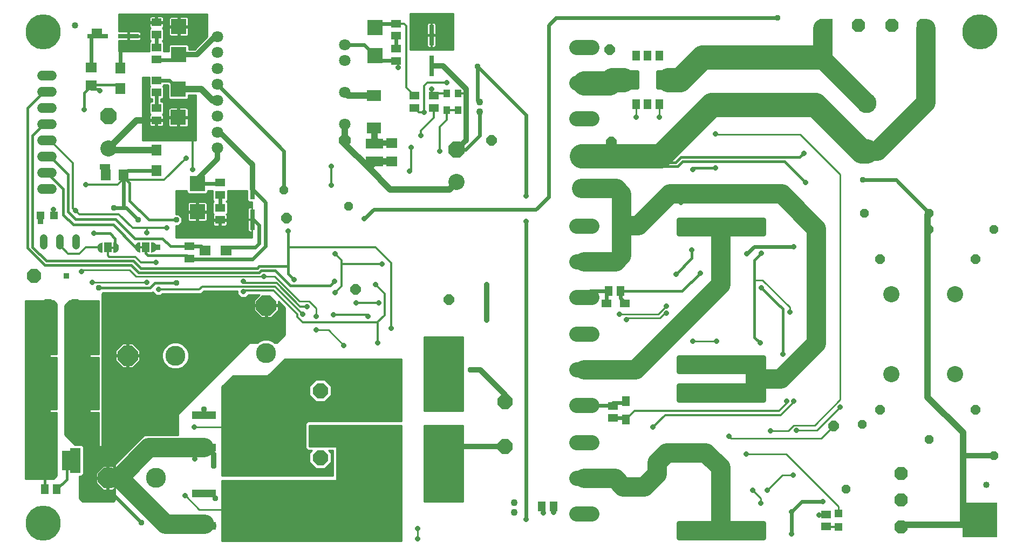
<source format=gtl>
G75*
G70*
%OFA0B0*%
%FSLAX24Y24*%
%IPPOS*%
%LPD*%
%AMOC8*
5,1,8,0,0,1.08239X$1,22.5*
%
%ADD10C,0.1000*%
%ADD11OC8,0.0600*%
%ADD12OC8,0.0827*%
%ADD13OC8,0.0540*%
%ADD14R,0.0827X0.0827*%
%ADD15C,0.0400*%
%ADD16C,0.0930*%
%ADD17R,0.0512X0.0591*%
%ADD18R,0.0591X0.0472*%
%ADD19C,0.0600*%
%ADD20R,0.0472X0.0591*%
%ADD21R,0.0591X0.0512*%
%ADD22R,0.0098X0.0197*%
%ADD23C,0.0295*%
%ADD24R,0.1457X0.0512*%
%ADD25R,0.3976X0.3504*%
%ADD26C,0.1236*%
%ADD27OC8,0.1236*%
%ADD28OC8,0.0860*%
%ADD29R,0.0354X0.0354*%
%ADD30OC8,0.0650*%
%ADD31R,0.0591X0.0689*%
%ADD32R,0.0945X0.0945*%
%ADD33R,0.0689X0.0591*%
%ADD34R,0.0300X0.1280*%
%ADD35R,0.1280X0.0300*%
%ADD36R,0.0472X0.0472*%
%ADD37R,0.0630X0.0709*%
%ADD38R,0.0709X0.0630*%
%ADD39R,0.0866X0.0709*%
%ADD40R,0.1063X0.0630*%
%ADD41OC8,0.1000*%
%ADD42R,0.0394X0.0472*%
%ADD43C,0.0709*%
%ADD44OC8,0.0709*%
%ADD45R,0.0710X0.0630*%
%ADD46R,0.0600X0.1200*%
%ADD47R,0.1600X0.0430*%
%ADD48OC8,0.0930*%
%ADD49R,0.0500X0.0600*%
%ADD50C,0.0250*%
%ADD51C,0.0010*%
%ADD52R,0.0350X0.0100*%
%ADD53R,0.0200X0.0100*%
%ADD54C,0.0433*%
%ADD55C,0.0480*%
%ADD56C,0.0400*%
%ADD57C,0.1000*%
%ADD58C,0.1500*%
%ADD59OC8,0.0317*%
%ADD60C,0.0100*%
%ADD61C,0.0160*%
%ADD62C,0.1200*%
%ADD63C,0.0120*%
%ADD64R,0.2165X0.2165*%
%ADD65C,0.0320*%
%ADD66OC8,0.0357*%
%ADD67C,0.0240*%
%ADD68R,0.0317X0.0317*%
%ADD69C,0.0140*%
%ADD70C,0.2165*%
D10*
X029462Y024125D03*
X007937Y026175D03*
X056319Y017186D03*
X060256Y017186D03*
X060256Y012264D03*
X056319Y012264D03*
D11*
X055612Y010050D03*
X061512Y010050D03*
X061512Y019350D03*
X055612Y019350D03*
D12*
X056912Y006129D03*
X056912Y004475D03*
X056912Y002821D03*
X056334Y033771D03*
X058284Y033771D03*
X054284Y033771D03*
X005864Y016500D03*
X004211Y016500D03*
D13*
X018787Y023625D03*
X022787Y022625D03*
X053512Y005150D03*
X058662Y008225D03*
X062662Y007225D03*
X054512Y009150D03*
X058662Y021200D03*
X058662Y022200D03*
X054662Y022200D03*
X062662Y021200D03*
D14*
X052284Y033771D03*
D15*
X062173Y005424D03*
X005874Y033771D03*
D16*
X036874Y032428D02*
X037804Y032428D01*
X037804Y030228D02*
X036874Y030228D01*
X036874Y028028D02*
X037804Y028028D01*
X037804Y021404D02*
X036874Y021404D01*
X036874Y019204D02*
X037804Y019204D01*
X037804Y017004D02*
X036874Y017004D01*
X036874Y014711D02*
X037804Y014711D01*
X037804Y012511D02*
X036874Y012511D01*
X036874Y010311D02*
X037804Y010311D01*
X037804Y008018D02*
X036874Y008018D01*
X036874Y005818D02*
X037804Y005818D01*
X037804Y003618D02*
X036874Y003618D01*
D17*
X035461Y004100D03*
X034713Y004100D03*
X038838Y017375D03*
X039586Y017375D03*
X004761Y005150D03*
X004013Y005150D03*
D18*
X038717Y016625D03*
X039858Y016625D03*
D19*
X037489Y023716D02*
X036889Y023716D01*
X036889Y025716D02*
X037489Y025716D01*
X004437Y025700D02*
X003837Y025700D01*
X003837Y024700D02*
X004437Y024700D01*
X004437Y023700D02*
X003837Y023700D01*
X003837Y026700D02*
X004437Y026700D01*
X004437Y027700D02*
X003837Y027700D01*
X003837Y028700D02*
X004437Y028700D01*
X004437Y029700D02*
X003837Y029700D01*
X003837Y030700D02*
X004437Y030700D01*
D20*
X039912Y010596D03*
X039912Y009454D03*
D21*
X039112Y009551D03*
X039112Y010299D03*
X052287Y003599D03*
X052287Y002851D03*
X014837Y021776D03*
X014837Y022524D03*
X014837Y023326D03*
X014837Y024074D03*
X012937Y020149D03*
X012937Y019401D03*
X010912Y027926D03*
X010912Y028674D03*
X010912Y029651D03*
X010912Y030399D03*
X010912Y031676D03*
X010912Y032424D03*
X010912Y033226D03*
X010912Y033974D03*
X025712Y033899D03*
X025712Y033151D03*
X025712Y032349D03*
X025712Y031601D03*
X026837Y029449D03*
X026837Y028701D03*
X028037Y028701D03*
X028037Y029449D03*
D22*
X054741Y026025D03*
X054834Y026025D03*
D23*
X048396Y020909D02*
X043178Y020909D01*
X043178Y021795D01*
X048396Y021795D01*
X048396Y020909D01*
X048396Y021203D02*
X043178Y021203D01*
X043178Y021497D02*
X048396Y021497D01*
X048396Y021791D02*
X043178Y021791D01*
X043178Y012405D02*
X048396Y012405D01*
X043178Y012405D02*
X043178Y013291D01*
X048396Y013291D01*
X048396Y012405D01*
X048396Y012699D02*
X043178Y012699D01*
X043178Y012993D02*
X048396Y012993D01*
X048396Y013287D02*
X043178Y013287D01*
X043178Y011545D02*
X048396Y011545D01*
X048396Y010659D01*
X043178Y010659D01*
X043178Y011545D01*
X043178Y010953D02*
X048396Y010953D01*
X048396Y011247D02*
X043178Y011247D01*
X043178Y011541D02*
X048396Y011541D01*
X048396Y003041D02*
X043178Y003041D01*
X048396Y003041D02*
X048396Y002155D01*
X043178Y002155D01*
X043178Y003041D01*
X043178Y002449D02*
X048396Y002449D01*
X048396Y002743D02*
X043178Y002743D01*
X043178Y003037D02*
X048396Y003037D01*
D24*
X013839Y002900D03*
X013839Y004900D03*
X013839Y007725D03*
X013839Y009725D03*
D25*
X017815Y008725D03*
X017815Y003900D03*
D26*
X010864Y005850D03*
X012089Y013400D03*
X017687Y013549D03*
X047737Y031826D03*
X054787Y028976D03*
D27*
X054787Y026024D03*
X047737Y028874D03*
X017687Y016501D03*
X009136Y013400D03*
X007911Y005850D03*
D28*
X003362Y018325D03*
D29*
X005362Y018325D03*
D30*
X018962Y021900D03*
X023212Y017500D03*
X028987Y016850D03*
X039012Y026575D03*
X031612Y026700D03*
X038912Y032300D03*
X052737Y009050D03*
D31*
X010912Y024810D03*
X010912Y026090D03*
X008687Y029885D03*
X008687Y031165D03*
D32*
X012287Y031984D03*
X012287Y033716D03*
X012262Y029841D03*
X012262Y028109D03*
X013437Y024016D03*
X013437Y022284D03*
X024412Y031934D03*
X024412Y033666D03*
D33*
X015203Y019900D03*
X013923Y019900D03*
D34*
X016837Y021800D03*
X016837Y023700D03*
X027912Y031275D03*
X027912Y033175D03*
D35*
X009187Y033125D03*
X007287Y033125D03*
D36*
X004576Y022050D03*
X003749Y022050D03*
X053062Y003638D03*
X053062Y002812D03*
D37*
X008889Y024550D03*
X007786Y024550D03*
D38*
X006887Y030074D03*
X006887Y031176D03*
D39*
X024362Y029454D03*
X024362Y027446D03*
D40*
X024387Y026501D03*
X024387Y025399D03*
D41*
X029462Y026125D03*
X007937Y028175D03*
D42*
X028862Y028563D03*
X029562Y028563D03*
X029562Y029587D03*
X028862Y029587D03*
D43*
X022549Y029650D03*
X022549Y027681D03*
X022549Y031619D03*
X022549Y032603D03*
X014675Y033095D03*
X014675Y032111D03*
X014675Y031126D03*
X014675Y030142D03*
X014675Y029158D03*
X014675Y028174D03*
X014675Y027189D03*
X014675Y026205D03*
D44*
X022549Y026697D03*
D45*
X025462Y026510D03*
X025462Y025390D03*
D46*
X005377Y006925D03*
X003397Y006925D03*
D47*
X003582Y009975D03*
X006042Y009975D03*
X006042Y013450D03*
X003582Y013450D03*
D48*
X021032Y011231D03*
X021032Y009854D03*
X021032Y008476D03*
X021032Y007098D03*
X032449Y007787D03*
X032449Y010543D03*
D49*
X010237Y020100D03*
X007912Y020075D03*
X040532Y028925D03*
X041262Y028925D03*
X041992Y028925D03*
X041992Y031925D03*
X041262Y031925D03*
X040532Y031925D03*
D50*
X040607Y029950D02*
X039857Y029950D01*
X039857Y030900D01*
X040607Y030900D01*
X040607Y029950D01*
X040607Y030199D02*
X039857Y030199D01*
X039857Y030448D02*
X040607Y030448D01*
X040607Y030697D02*
X039857Y030697D01*
X041917Y029950D02*
X042667Y029950D01*
X041917Y029950D02*
X041917Y030900D01*
X042667Y030900D01*
X042667Y029950D01*
X042667Y030199D02*
X041917Y030199D01*
X041917Y030448D02*
X042667Y030448D01*
X042667Y030697D02*
X041917Y030697D01*
D51*
X010865Y020215D02*
X010882Y020159D01*
X010887Y020100D01*
X010882Y020041D01*
X010865Y019985D01*
X010837Y019933D01*
X010800Y019888D01*
X010754Y019851D01*
X010702Y019823D01*
X010646Y019806D01*
X010587Y019800D01*
X010587Y020400D01*
X010646Y020394D01*
X010702Y020377D01*
X010754Y020349D01*
X010800Y020312D01*
X010837Y020267D01*
X010865Y020215D01*
X010864Y020217D02*
X010587Y020217D01*
X010587Y020225D02*
X010859Y020225D01*
X010855Y020234D02*
X010587Y020234D01*
X010587Y020242D02*
X010850Y020242D01*
X010846Y020251D02*
X010587Y020251D01*
X010587Y020259D02*
X010841Y020259D01*
X010836Y020268D02*
X010587Y020268D01*
X010587Y020276D02*
X010829Y020276D01*
X010822Y020285D02*
X010587Y020285D01*
X010587Y020293D02*
X010815Y020293D01*
X010808Y020302D02*
X010587Y020302D01*
X010587Y020310D02*
X010801Y020310D01*
X010792Y020319D02*
X010587Y020319D01*
X010587Y020327D02*
X010781Y020327D01*
X010771Y020336D02*
X010587Y020336D01*
X010587Y020344D02*
X010761Y020344D01*
X010748Y020353D02*
X010587Y020353D01*
X010587Y020361D02*
X010732Y020361D01*
X010716Y020370D02*
X010587Y020370D01*
X010587Y020378D02*
X010699Y020378D01*
X010671Y020387D02*
X010587Y020387D01*
X010587Y020395D02*
X010638Y020395D01*
X010587Y020208D02*
X010867Y020208D01*
X010869Y020200D02*
X010587Y020200D01*
X010587Y020191D02*
X010872Y020191D01*
X010874Y020183D02*
X010587Y020183D01*
X010587Y020174D02*
X010877Y020174D01*
X010880Y020166D02*
X010587Y020166D01*
X010587Y020157D02*
X010882Y020157D01*
X010883Y020149D02*
X010587Y020149D01*
X010587Y020140D02*
X010884Y020140D01*
X010884Y020132D02*
X010587Y020132D01*
X010587Y020123D02*
X010885Y020123D01*
X010886Y020115D02*
X010587Y020115D01*
X010587Y020106D02*
X010887Y020106D01*
X010887Y020098D02*
X010587Y020098D01*
X010587Y020089D02*
X010886Y020089D01*
X010886Y020081D02*
X010587Y020081D01*
X010587Y020072D02*
X010885Y020072D01*
X010884Y020064D02*
X010587Y020064D01*
X010587Y020055D02*
X010883Y020055D01*
X010882Y020047D02*
X010587Y020047D01*
X010587Y020038D02*
X010881Y020038D01*
X010878Y020030D02*
X010587Y020030D01*
X010587Y020021D02*
X010876Y020021D01*
X010873Y020013D02*
X010587Y020013D01*
X010587Y020004D02*
X010870Y020004D01*
X010868Y019996D02*
X010587Y019996D01*
X010587Y019987D02*
X010865Y019987D01*
X010861Y019979D02*
X010587Y019979D01*
X010587Y019970D02*
X010857Y019970D01*
X010852Y019962D02*
X010587Y019962D01*
X010587Y019953D02*
X010847Y019953D01*
X010843Y019945D02*
X010587Y019945D01*
X010587Y019936D02*
X010838Y019936D01*
X010832Y019928D02*
X010587Y019928D01*
X010587Y019919D02*
X010825Y019919D01*
X010818Y019911D02*
X010587Y019911D01*
X010587Y019902D02*
X010811Y019902D01*
X010804Y019894D02*
X010587Y019894D01*
X010587Y019885D02*
X010796Y019885D01*
X010786Y019877D02*
X010587Y019877D01*
X010587Y019868D02*
X010775Y019868D01*
X010765Y019860D02*
X010587Y019860D01*
X010587Y019851D02*
X010755Y019851D01*
X010739Y019843D02*
X010587Y019843D01*
X010587Y019834D02*
X010723Y019834D01*
X010707Y019826D02*
X010587Y019826D01*
X010587Y019817D02*
X010683Y019817D01*
X010655Y019809D02*
X010587Y019809D01*
X010587Y019800D02*
X010588Y019800D01*
X010037Y020050D02*
X009887Y020050D01*
X009887Y019800D01*
X009887Y019800D01*
X009829Y019806D01*
X009773Y019823D01*
X009721Y019851D01*
X009675Y019888D01*
X009638Y019933D01*
X009610Y019985D01*
X009593Y020041D01*
X009587Y020100D01*
X009593Y020159D01*
X009610Y020215D01*
X009638Y020267D01*
X009675Y020312D01*
X009721Y020349D01*
X009773Y020377D01*
X009829Y020394D01*
X009887Y020400D01*
X009887Y020150D01*
X010037Y020150D01*
X010037Y020050D01*
X010037Y020055D02*
X009592Y020055D01*
X009593Y020047D02*
X009887Y020047D01*
X009887Y020038D02*
X009594Y020038D01*
X009597Y020030D02*
X009887Y020030D01*
X009887Y020021D02*
X009599Y020021D01*
X009602Y020013D02*
X009887Y020013D01*
X009887Y020004D02*
X009605Y020004D01*
X009607Y019996D02*
X009887Y019996D01*
X009887Y019987D02*
X009610Y019987D01*
X009614Y019979D02*
X009887Y019979D01*
X009887Y019970D02*
X009618Y019970D01*
X009623Y019962D02*
X009887Y019962D01*
X009887Y019953D02*
X009627Y019953D01*
X009632Y019945D02*
X009887Y019945D01*
X009887Y019936D02*
X009637Y019936D01*
X009643Y019928D02*
X009887Y019928D01*
X009887Y019919D02*
X009650Y019919D01*
X009657Y019911D02*
X009887Y019911D01*
X009887Y019902D02*
X009664Y019902D01*
X009671Y019894D02*
X009887Y019894D01*
X009887Y019885D02*
X009679Y019885D01*
X009689Y019877D02*
X009887Y019877D01*
X009887Y019868D02*
X009699Y019868D01*
X009710Y019860D02*
X009887Y019860D01*
X009887Y019851D02*
X009720Y019851D01*
X009736Y019843D02*
X009887Y019843D01*
X009887Y019834D02*
X009752Y019834D01*
X009768Y019826D02*
X009887Y019826D01*
X009887Y019817D02*
X009792Y019817D01*
X009820Y019809D02*
X009887Y019809D01*
X010037Y020064D02*
X009591Y020064D01*
X009590Y020072D02*
X010037Y020072D01*
X010037Y020081D02*
X009589Y020081D01*
X009589Y020089D02*
X010037Y020089D01*
X010037Y020098D02*
X009588Y020098D01*
X009588Y020106D02*
X010037Y020106D01*
X010037Y020115D02*
X009589Y020115D01*
X009590Y020123D02*
X010037Y020123D01*
X010037Y020132D02*
X009591Y020132D01*
X009591Y020140D02*
X010037Y020140D01*
X010037Y020149D02*
X009592Y020149D01*
X009593Y020157D02*
X009887Y020157D01*
X009887Y020166D02*
X009595Y020166D01*
X009598Y020174D02*
X009887Y020174D01*
X009887Y020183D02*
X009601Y020183D01*
X009603Y020191D02*
X009887Y020191D01*
X009887Y020200D02*
X009606Y020200D01*
X009608Y020208D02*
X009887Y020208D01*
X009887Y020217D02*
X009611Y020217D01*
X009616Y020225D02*
X009887Y020225D01*
X009887Y020234D02*
X009620Y020234D01*
X009625Y020242D02*
X009887Y020242D01*
X009887Y020251D02*
X009629Y020251D01*
X009634Y020259D02*
X009887Y020259D01*
X009887Y020268D02*
X009639Y020268D01*
X009646Y020276D02*
X009887Y020276D01*
X009887Y020285D02*
X009653Y020285D01*
X009660Y020293D02*
X009887Y020293D01*
X009887Y020302D02*
X009667Y020302D01*
X009674Y020310D02*
X009887Y020310D01*
X009887Y020319D02*
X009683Y020319D01*
X009694Y020327D02*
X009887Y020327D01*
X009887Y020336D02*
X009704Y020336D01*
X009714Y020344D02*
X009887Y020344D01*
X009887Y020353D02*
X009727Y020353D01*
X009743Y020361D02*
X009887Y020361D01*
X009887Y020370D02*
X009758Y020370D01*
X009776Y020378D02*
X009887Y020378D01*
X009887Y020387D02*
X009804Y020387D01*
X009837Y020395D02*
X009887Y020395D01*
X008557Y020134D02*
X008562Y020075D01*
X008557Y020016D01*
X008540Y019960D01*
X008512Y019908D01*
X008475Y019863D01*
X008429Y019826D01*
X008377Y019798D01*
X008321Y019781D01*
X008262Y019775D01*
X008262Y020025D01*
X008112Y020025D01*
X008112Y020125D01*
X008262Y020125D01*
X008262Y020375D01*
X008321Y020369D01*
X008377Y020352D01*
X008429Y020324D01*
X008475Y020287D01*
X008512Y020242D01*
X008540Y020190D01*
X008557Y020134D01*
X008557Y020132D02*
X008262Y020132D01*
X008262Y020140D02*
X008555Y020140D01*
X008552Y020149D02*
X008262Y020149D01*
X008262Y020157D02*
X008550Y020157D01*
X008547Y020166D02*
X008262Y020166D01*
X008262Y020174D02*
X008544Y020174D01*
X008542Y020183D02*
X008262Y020183D01*
X008262Y020191D02*
X008539Y020191D01*
X008534Y020200D02*
X008262Y020200D01*
X008262Y020208D02*
X008530Y020208D01*
X008525Y020217D02*
X008262Y020217D01*
X008262Y020225D02*
X008521Y020225D01*
X008516Y020234D02*
X008262Y020234D01*
X008262Y020242D02*
X008512Y020242D01*
X008505Y020251D02*
X008262Y020251D01*
X008262Y020259D02*
X008498Y020259D01*
X008491Y020268D02*
X008262Y020268D01*
X008262Y020276D02*
X008484Y020276D01*
X008477Y020285D02*
X008262Y020285D01*
X008262Y020293D02*
X008467Y020293D01*
X008457Y020302D02*
X008262Y020302D01*
X008262Y020310D02*
X008447Y020310D01*
X008436Y020319D02*
X008262Y020319D01*
X008262Y020327D02*
X008424Y020327D01*
X008408Y020336D02*
X008262Y020336D01*
X008262Y020344D02*
X008392Y020344D01*
X008376Y020353D02*
X008262Y020353D01*
X008262Y020361D02*
X008348Y020361D01*
X008318Y020370D02*
X008262Y020370D01*
X008112Y020123D02*
X008558Y020123D01*
X008559Y020115D02*
X008112Y020115D01*
X008112Y020106D02*
X008559Y020106D01*
X008560Y020098D02*
X008112Y020098D01*
X008112Y020089D02*
X008561Y020089D01*
X008562Y020081D02*
X008112Y020081D01*
X008112Y020072D02*
X008562Y020072D01*
X008561Y020064D02*
X008112Y020064D01*
X008112Y020055D02*
X008561Y020055D01*
X008560Y020047D02*
X008112Y020047D01*
X008112Y020038D02*
X008559Y020038D01*
X008558Y020030D02*
X008112Y020030D01*
X008262Y020021D02*
X008557Y020021D01*
X008556Y020013D02*
X008262Y020013D01*
X008262Y020004D02*
X008553Y020004D01*
X008550Y019996D02*
X008262Y019996D01*
X008262Y019987D02*
X008548Y019987D01*
X008545Y019979D02*
X008262Y019979D01*
X008262Y019970D02*
X008543Y019970D01*
X008540Y019962D02*
X008262Y019962D01*
X008262Y019953D02*
X008536Y019953D01*
X008531Y019945D02*
X008262Y019945D01*
X008262Y019936D02*
X008527Y019936D01*
X008522Y019928D02*
X008262Y019928D01*
X008262Y019919D02*
X008518Y019919D01*
X008513Y019911D02*
X008262Y019911D01*
X008262Y019902D02*
X008507Y019902D01*
X008500Y019894D02*
X008262Y019894D01*
X008262Y019885D02*
X008493Y019885D01*
X008486Y019877D02*
X008262Y019877D01*
X008262Y019868D02*
X008479Y019868D01*
X008471Y019860D02*
X008262Y019860D01*
X008262Y019851D02*
X008460Y019851D01*
X008450Y019843D02*
X008262Y019843D01*
X008262Y019834D02*
X008439Y019834D01*
X008429Y019826D02*
X008262Y019826D01*
X008262Y019817D02*
X008413Y019817D01*
X008397Y019809D02*
X008262Y019809D01*
X008262Y019800D02*
X008381Y019800D01*
X008357Y019792D02*
X008262Y019792D01*
X008262Y019783D02*
X008329Y019783D01*
X007562Y019783D02*
X007496Y019783D01*
X007504Y019781D02*
X007448Y019798D01*
X007396Y019826D01*
X007562Y019826D01*
X007562Y019834D02*
X007385Y019834D01*
X007375Y019843D02*
X007562Y019843D01*
X007562Y019851D02*
X007365Y019851D01*
X007354Y019860D02*
X007562Y019860D01*
X007562Y019868D02*
X007346Y019868D01*
X007350Y019863D02*
X007313Y019908D01*
X007285Y019960D01*
X007268Y020016D01*
X007262Y020075D01*
X007268Y020134D01*
X007285Y020190D01*
X007313Y020242D01*
X007350Y020287D01*
X007396Y020324D01*
X007448Y020352D01*
X007504Y020369D01*
X007562Y020375D01*
X007562Y019775D01*
X007504Y019781D01*
X007468Y019792D02*
X007562Y019792D01*
X007562Y019800D02*
X007444Y019800D01*
X007428Y019809D02*
X007562Y019809D01*
X007562Y019817D02*
X007412Y019817D01*
X007396Y019826D02*
X007350Y019863D01*
X007339Y019877D02*
X007562Y019877D01*
X007562Y019885D02*
X007332Y019885D01*
X007325Y019894D02*
X007562Y019894D01*
X007562Y019902D02*
X007318Y019902D01*
X007312Y019911D02*
X007562Y019911D01*
X007562Y019919D02*
X007307Y019919D01*
X007303Y019928D02*
X007562Y019928D01*
X007562Y019936D02*
X007298Y019936D01*
X007294Y019945D02*
X007562Y019945D01*
X007562Y019953D02*
X007289Y019953D01*
X007285Y019962D02*
X007562Y019962D01*
X007562Y019970D02*
X007282Y019970D01*
X007280Y019979D02*
X007562Y019979D01*
X007562Y019987D02*
X007277Y019987D01*
X007275Y019996D02*
X007562Y019996D01*
X007562Y020004D02*
X007272Y020004D01*
X007269Y020013D02*
X007562Y020013D01*
X007562Y020021D02*
X007268Y020021D01*
X007267Y020030D02*
X007562Y020030D01*
X007562Y020038D02*
X007266Y020038D01*
X007265Y020047D02*
X007562Y020047D01*
X007562Y020055D02*
X007264Y020055D01*
X007264Y020064D02*
X007562Y020064D01*
X007562Y020072D02*
X007263Y020072D01*
X007263Y020081D02*
X007562Y020081D01*
X007562Y020089D02*
X007264Y020089D01*
X007265Y020098D02*
X007562Y020098D01*
X007562Y020106D02*
X007266Y020106D01*
X007266Y020115D02*
X007562Y020115D01*
X007562Y020123D02*
X007267Y020123D01*
X007268Y020132D02*
X007562Y020132D01*
X007562Y020140D02*
X007270Y020140D01*
X007273Y020149D02*
X007562Y020149D01*
X007562Y020157D02*
X007275Y020157D01*
X007278Y020166D02*
X007562Y020166D01*
X007562Y020174D02*
X007281Y020174D01*
X007283Y020183D02*
X007562Y020183D01*
X007562Y020191D02*
X007286Y020191D01*
X007291Y020200D02*
X007562Y020200D01*
X007562Y020208D02*
X007295Y020208D01*
X007300Y020217D02*
X007562Y020217D01*
X007562Y020225D02*
X007304Y020225D01*
X007309Y020234D02*
X007562Y020234D01*
X007562Y020242D02*
X007313Y020242D01*
X007320Y020251D02*
X007562Y020251D01*
X007562Y020259D02*
X007327Y020259D01*
X007334Y020268D02*
X007562Y020268D01*
X007562Y020276D02*
X007341Y020276D01*
X007348Y020285D02*
X007562Y020285D01*
X007562Y020293D02*
X007358Y020293D01*
X007368Y020302D02*
X007562Y020302D01*
X007562Y020310D02*
X007378Y020310D01*
X007389Y020319D02*
X007562Y020319D01*
X007562Y020327D02*
X007401Y020327D01*
X007417Y020336D02*
X007562Y020336D01*
X007562Y020344D02*
X007433Y020344D01*
X007449Y020353D02*
X007562Y020353D01*
X007562Y020361D02*
X007477Y020361D01*
X007507Y020370D02*
X007562Y020370D01*
D52*
X008362Y020075D03*
X009787Y020100D03*
D53*
X010762Y020100D03*
X007387Y020075D03*
D54*
X030887Y028455D03*
X030887Y029045D03*
X033012Y004320D03*
X033012Y003730D03*
D55*
X005937Y020185D02*
X005937Y020665D01*
X004937Y020665D02*
X004937Y020185D01*
X003937Y020185D02*
X003937Y020665D01*
D56*
X008022Y026090D02*
X007937Y026175D01*
X009688Y027926D01*
X010163Y027926D01*
X010187Y027950D01*
X010912Y026090D02*
X008022Y026090D01*
X012287Y029850D02*
X013687Y029850D01*
X014380Y029158D01*
X014675Y029158D01*
X022549Y029650D02*
X022746Y029454D01*
X024362Y029454D01*
X022549Y027681D02*
X022549Y026697D01*
X022549Y026463D01*
X024037Y024975D01*
X024387Y025325D01*
X024387Y025399D01*
X025454Y025399D01*
X025462Y025390D01*
X024037Y024975D02*
X025362Y023650D01*
X029012Y023650D01*
X029187Y023825D01*
X029187Y023850D01*
X029462Y024125D01*
X024387Y026501D02*
X024387Y027446D01*
X024362Y027446D01*
X058562Y022100D02*
X058562Y021200D01*
X058662Y021200D01*
X058562Y021200D02*
X058562Y010825D01*
X060737Y008650D01*
X060737Y007225D01*
X060737Y002946D01*
X057037Y002946D01*
X056912Y002821D01*
X060737Y002946D02*
X061467Y002946D01*
X061780Y003259D01*
D57*
X047937Y011125D02*
X047937Y011950D01*
X047937Y012825D01*
X047962Y012850D01*
X045789Y012850D01*
X045787Y012848D01*
X045787Y011102D02*
X047914Y011102D01*
X047937Y011125D01*
X045787Y020900D02*
X045787Y021352D01*
X042537Y030425D02*
X042292Y030425D01*
X040232Y030425D02*
X039737Y030425D01*
D58*
X039087Y030425D01*
X038889Y030228D01*
X037339Y030228D01*
X042537Y030425D02*
X043237Y030425D01*
X044639Y031826D01*
X047737Y031826D01*
X051912Y031826D01*
X051614Y028874D02*
X047737Y028874D01*
X045211Y028874D01*
X042053Y025716D01*
X037189Y025716D01*
X051614Y028874D02*
X054464Y026024D01*
X054787Y026024D01*
D59*
X050912Y025900D03*
X051012Y024075D03*
X045462Y024975D03*
X044037Y024875D03*
X043337Y023500D03*
X043328Y022840D03*
X043987Y019925D03*
X044512Y018500D03*
X042997Y018435D03*
X042412Y016450D03*
X042412Y016025D03*
X044037Y014275D03*
X045512Y014275D03*
X048212Y014175D03*
X049612Y013500D03*
X050037Y016100D03*
X048287Y017600D03*
X048287Y019725D03*
X047387Y019675D03*
X050287Y020125D03*
X045462Y027075D03*
X041987Y028125D03*
X040537Y028125D03*
X033762Y023250D03*
X033762Y021700D03*
X031312Y017800D03*
X031312Y015575D03*
X025412Y015075D03*
X024587Y014175D03*
X022487Y014025D03*
X020787Y014975D03*
X020787Y015825D03*
X020214Y016423D03*
X019937Y015950D03*
X021837Y015925D03*
X023237Y016650D03*
X023987Y015825D03*
X024637Y016650D03*
X024462Y017775D03*
X024837Y019050D03*
X021962Y019675D03*
X019412Y018100D03*
X017562Y018300D03*
X016287Y017975D03*
X016287Y017350D03*
X011037Y017475D03*
X010312Y017925D03*
X010887Y019150D03*
X010312Y020975D03*
X011537Y021275D03*
X007037Y020950D03*
X005912Y022350D03*
X004562Y022425D03*
X006562Y023950D03*
X012737Y025600D03*
X013137Y024900D03*
X019062Y021100D03*
X021712Y023925D03*
X021712Y025100D03*
X026562Y024775D03*
X026637Y026250D03*
X027262Y027000D03*
X028412Y026025D03*
X027437Y028425D03*
X027912Y029850D03*
X028837Y030250D03*
X025837Y031175D03*
X023762Y021850D03*
X021912Y018000D03*
X021962Y017300D03*
X013237Y009000D03*
X012137Y008600D03*
X013287Y007025D03*
X012687Y004750D03*
X027037Y002725D03*
X027037Y002075D03*
X033762Y003275D03*
X034812Y003700D03*
X035437Y003725D03*
X041587Y008975D03*
X046287Y008425D03*
X047337Y007325D03*
X048837Y008750D03*
X050437Y008775D03*
X053162Y010225D03*
X050287Y010600D03*
X049862Y010600D03*
X050237Y006025D03*
X048662Y005100D03*
X047737Y005100D03*
X048262Y004275D03*
X050137Y003750D03*
X050137Y002400D03*
X051862Y003550D03*
X052087Y004400D03*
X039962Y015625D03*
X039512Y015950D03*
X050112Y031275D03*
X007412Y029750D03*
X006437Y028575D03*
X006287Y018600D03*
X006962Y017925D03*
D60*
X010312Y017925D01*
X010570Y017285D02*
X010669Y017326D01*
X010669Y017322D01*
X010885Y017106D01*
X011190Y017106D01*
X011289Y017205D01*
X013616Y017205D01*
X013715Y017246D01*
X013844Y017375D01*
X015919Y017375D01*
X015919Y017197D01*
X016135Y016981D01*
X016440Y016981D01*
X016614Y017155D01*
X017283Y017155D01*
X016939Y016811D01*
X016939Y016551D01*
X017637Y016551D01*
X017637Y016451D01*
X016939Y016451D01*
X016939Y016192D01*
X017378Y015753D01*
X017637Y015753D01*
X017637Y016451D01*
X017737Y016451D01*
X017737Y015753D01*
X017997Y015753D01*
X018436Y016192D01*
X018436Y016451D01*
X017737Y016451D01*
X017737Y016551D01*
X018436Y016551D01*
X018436Y016745D01*
X018837Y016343D01*
X018837Y014675D01*
X018362Y014200D01*
X018207Y014200D01*
X018157Y014251D01*
X017852Y014377D01*
X017523Y014377D01*
X017218Y014251D01*
X017168Y014200D01*
X016662Y014200D01*
X012262Y009800D01*
X012262Y008500D01*
X010162Y008500D01*
X008362Y006700D01*
X008362Y006457D01*
X008221Y006598D01*
X007961Y006598D01*
X007961Y005900D01*
X007861Y005900D01*
X007861Y005800D01*
X007163Y005800D01*
X007163Y005540D01*
X007601Y005102D01*
X007861Y005102D01*
X007861Y005800D01*
X007961Y005800D01*
X007961Y005102D01*
X008221Y005102D01*
X008362Y005243D01*
X008362Y004500D01*
X008262Y004400D01*
X006362Y004400D01*
X006162Y004600D01*
X006162Y005956D01*
X006283Y005956D01*
X006406Y006079D01*
X006406Y007754D01*
X007562Y007775D01*
X007562Y017226D01*
X007622Y017285D01*
X010570Y017285D01*
X010743Y017248D02*
X007585Y017248D01*
X007562Y017150D02*
X010841Y017150D01*
X011233Y017150D02*
X015966Y017150D01*
X015919Y017248D02*
X013717Y017248D01*
X013816Y017347D02*
X015919Y017347D01*
X016065Y017051D02*
X007562Y017051D01*
X007562Y016953D02*
X017081Y016953D01*
X017179Y017051D02*
X016510Y017051D01*
X016608Y017150D02*
X017278Y017150D01*
X016982Y016854D02*
X007562Y016854D01*
X007562Y016756D02*
X016939Y016756D01*
X016939Y016657D02*
X007562Y016657D01*
X007562Y016559D02*
X016939Y016559D01*
X016939Y016362D02*
X007562Y016362D01*
X007562Y016460D02*
X017637Y016460D01*
X017637Y016362D02*
X017737Y016362D01*
X017737Y016460D02*
X018721Y016460D01*
X018819Y016362D02*
X018436Y016362D01*
X018436Y016263D02*
X018837Y016263D01*
X018837Y016165D02*
X018409Y016165D01*
X018310Y016066D02*
X018837Y016066D01*
X018837Y015968D02*
X018212Y015968D01*
X018113Y015869D02*
X018837Y015869D01*
X018837Y015771D02*
X018015Y015771D01*
X017737Y015771D02*
X017637Y015771D01*
X017637Y015869D02*
X017737Y015869D01*
X017737Y015968D02*
X017637Y015968D01*
X017637Y016066D02*
X017737Y016066D01*
X017737Y016165D02*
X017637Y016165D01*
X017637Y016263D02*
X017737Y016263D01*
X017262Y015869D02*
X007562Y015869D01*
X007562Y015771D02*
X017360Y015771D01*
X017163Y015968D02*
X007562Y015968D01*
X007562Y016066D02*
X017065Y016066D01*
X016966Y016165D02*
X007562Y016165D01*
X007562Y016263D02*
X016939Y016263D01*
X018436Y016559D02*
X018622Y016559D01*
X018524Y016657D02*
X018436Y016657D01*
X019762Y016750D02*
X020362Y016750D01*
X020787Y016325D01*
X020787Y015825D01*
X020787Y014975D02*
X021537Y014975D01*
X022487Y014025D01*
X021311Y011906D02*
X020752Y011906D01*
X020357Y011511D01*
X020357Y010952D01*
X020752Y010557D01*
X021311Y010557D01*
X021707Y010952D01*
X021707Y011511D01*
X021311Y011906D01*
X021387Y011831D02*
X026062Y011831D01*
X026062Y011929D02*
X015416Y011929D01*
X015318Y011831D02*
X020676Y011831D01*
X020578Y011732D02*
X015219Y011732D01*
X015121Y011634D02*
X020479Y011634D01*
X020381Y011535D02*
X015022Y011535D01*
X014962Y011475D02*
X015637Y012150D01*
X017787Y012150D01*
X018837Y013200D01*
X026062Y013200D01*
X026062Y009360D01*
X020311Y009360D01*
X020215Y009320D01*
X020142Y009247D01*
X020102Y009152D01*
X020102Y007748D01*
X020142Y007653D01*
X020215Y007580D01*
X020311Y007540D01*
X020520Y007540D01*
X020357Y007377D01*
X020357Y006818D01*
X020752Y006423D01*
X021311Y006423D01*
X021707Y006818D01*
X021707Y007377D01*
X021544Y007540D01*
X021802Y007540D01*
X021802Y006000D01*
X014962Y006000D01*
X014962Y011475D01*
X014962Y011437D02*
X020357Y011437D01*
X020357Y011338D02*
X014962Y011338D01*
X014962Y011240D02*
X020357Y011240D01*
X020357Y011141D02*
X014962Y011141D01*
X014962Y011043D02*
X020357Y011043D01*
X020365Y010944D02*
X014962Y010944D01*
X014962Y010846D02*
X020463Y010846D01*
X020562Y010747D02*
X014962Y010747D01*
X014962Y010649D02*
X020660Y010649D01*
X021403Y010649D02*
X026062Y010649D01*
X026062Y010747D02*
X021502Y010747D01*
X021600Y010846D02*
X026062Y010846D01*
X026062Y010944D02*
X021699Y010944D01*
X021707Y011043D02*
X026062Y011043D01*
X026062Y011141D02*
X021707Y011141D01*
X021707Y011240D02*
X026062Y011240D01*
X026062Y011338D02*
X021707Y011338D01*
X021707Y011437D02*
X026062Y011437D01*
X026062Y011535D02*
X021683Y011535D01*
X021584Y011634D02*
X026062Y011634D01*
X026062Y011732D02*
X021486Y011732D01*
X018748Y013111D02*
X026062Y013111D01*
X026062Y013013D02*
X018650Y013013D01*
X018551Y012914D02*
X026062Y012914D01*
X026062Y012816D02*
X018453Y012816D01*
X018354Y012717D02*
X026062Y012717D01*
X026062Y012619D02*
X018256Y012619D01*
X018157Y012520D02*
X026062Y012520D01*
X026062Y012422D02*
X018059Y012422D01*
X017960Y012323D02*
X026062Y012323D01*
X026062Y012225D02*
X017862Y012225D01*
X016164Y013702D02*
X012860Y013702D01*
X012901Y013604D02*
X016066Y013604D01*
X015967Y013505D02*
X012917Y013505D01*
X012917Y013565D02*
X012791Y013869D01*
X012558Y014102D01*
X012254Y014228D01*
X011924Y014228D01*
X011620Y014102D01*
X011387Y013869D01*
X011261Y013565D01*
X011261Y013235D01*
X011387Y012931D01*
X011620Y012698D01*
X011924Y012572D01*
X012254Y012572D01*
X012558Y012698D01*
X012791Y012931D01*
X012917Y013235D01*
X012917Y013565D01*
X012917Y013407D02*
X015869Y013407D01*
X015770Y013308D02*
X012917Y013308D01*
X012906Y013210D02*
X015672Y013210D01*
X015573Y013111D02*
X012865Y013111D01*
X012825Y013013D02*
X015475Y013013D01*
X015376Y012914D02*
X012774Y012914D01*
X012675Y012816D02*
X015278Y012816D01*
X015179Y012717D02*
X012577Y012717D01*
X012366Y012619D02*
X015081Y012619D01*
X014982Y012520D02*
X007562Y012520D01*
X007562Y012422D02*
X014884Y012422D01*
X014785Y012323D02*
X007562Y012323D01*
X007562Y012225D02*
X014687Y012225D01*
X014588Y012126D02*
X007562Y012126D01*
X007562Y012028D02*
X014490Y012028D01*
X014391Y011929D02*
X007562Y011929D01*
X007562Y011831D02*
X014293Y011831D01*
X014194Y011732D02*
X007562Y011732D01*
X007562Y011634D02*
X014096Y011634D01*
X013997Y011535D02*
X007562Y011535D01*
X007562Y011437D02*
X013899Y011437D01*
X013800Y011338D02*
X007562Y011338D01*
X007562Y011240D02*
X013702Y011240D01*
X013603Y011141D02*
X007562Y011141D01*
X007562Y011043D02*
X013505Y011043D01*
X013406Y010944D02*
X007562Y010944D01*
X007562Y010846D02*
X013308Y010846D01*
X013209Y010747D02*
X007562Y010747D01*
X007562Y010649D02*
X013111Y010649D01*
X013012Y010550D02*
X007562Y010550D01*
X007562Y010452D02*
X012914Y010452D01*
X012815Y010353D02*
X007562Y010353D01*
X007562Y010255D02*
X012717Y010255D01*
X012618Y010156D02*
X007562Y010156D01*
X007562Y010058D02*
X012520Y010058D01*
X012421Y009959D02*
X007562Y009959D01*
X007562Y009861D02*
X012323Y009861D01*
X012262Y009762D02*
X007562Y009762D01*
X007562Y009664D02*
X012262Y009664D01*
X012262Y009565D02*
X007562Y009565D01*
X007562Y009467D02*
X012262Y009467D01*
X012262Y009368D02*
X007562Y009368D01*
X007562Y009270D02*
X012262Y009270D01*
X012262Y009171D02*
X007562Y009171D01*
X007562Y009073D02*
X012262Y009073D01*
X012262Y008974D02*
X007562Y008974D01*
X007562Y008876D02*
X012262Y008876D01*
X012262Y008777D02*
X007562Y008777D01*
X007562Y008679D02*
X012262Y008679D01*
X012262Y008580D02*
X007562Y008580D01*
X007562Y008482D02*
X010144Y008482D01*
X010045Y008383D02*
X007562Y008383D01*
X007562Y008285D02*
X009947Y008285D01*
X009848Y008186D02*
X007562Y008186D01*
X007562Y008088D02*
X009750Y008088D01*
X009651Y007989D02*
X007562Y007989D01*
X007562Y007891D02*
X009553Y007891D01*
X009454Y007792D02*
X007562Y007792D01*
X007362Y007792D02*
X006385Y007792D01*
X006406Y007771D02*
X006283Y007894D01*
X005894Y007894D01*
X005262Y008525D01*
X005262Y016500D01*
X005562Y016800D01*
X007362Y016800D01*
X007362Y013500D01*
X006662Y013500D01*
X006662Y013300D01*
X007362Y013300D01*
X007362Y010100D01*
X006662Y010100D01*
X006662Y009900D01*
X007362Y009900D01*
X007362Y007600D01*
X006406Y007620D01*
X006406Y007771D01*
X006406Y007694D02*
X007362Y007694D01*
X007362Y007891D02*
X006286Y007891D01*
X006406Y007694D02*
X009356Y007694D01*
X009257Y007595D02*
X006406Y007595D01*
X006406Y007497D02*
X009159Y007497D01*
X009060Y007398D02*
X006406Y007398D01*
X006406Y007300D02*
X008962Y007300D01*
X008863Y007201D02*
X006406Y007201D01*
X006406Y007103D02*
X008765Y007103D01*
X008666Y007004D02*
X006406Y007004D01*
X006406Y006906D02*
X008568Y006906D01*
X008469Y006807D02*
X006406Y006807D01*
X006406Y006709D02*
X008371Y006709D01*
X008362Y006610D02*
X006406Y006610D01*
X006406Y006512D02*
X007515Y006512D01*
X007601Y006598D02*
X007163Y006160D01*
X007163Y005900D01*
X007861Y005900D01*
X007861Y006598D01*
X007601Y006598D01*
X007416Y006413D02*
X006406Y006413D01*
X006406Y006315D02*
X007318Y006315D01*
X007219Y006216D02*
X006406Y006216D01*
X006406Y006118D02*
X007163Y006118D01*
X007163Y006019D02*
X006346Y006019D01*
X006162Y005921D02*
X007163Y005921D01*
X007163Y005724D02*
X006162Y005724D01*
X006162Y005822D02*
X007861Y005822D01*
X007861Y005724D02*
X007961Y005724D01*
X007961Y005625D02*
X007861Y005625D01*
X007861Y005527D02*
X007961Y005527D01*
X007961Y005428D02*
X007861Y005428D01*
X007861Y005330D02*
X007961Y005330D01*
X007961Y005231D02*
X007861Y005231D01*
X007861Y005133D02*
X007961Y005133D01*
X008252Y005133D02*
X008362Y005133D01*
X008350Y005231D02*
X008362Y005231D01*
X008362Y005034D02*
X006162Y005034D01*
X006162Y004936D02*
X008362Y004936D01*
X008362Y004837D02*
X006162Y004837D01*
X006162Y004739D02*
X008362Y004739D01*
X008362Y004640D02*
X006162Y004640D01*
X006221Y004542D02*
X008362Y004542D01*
X008305Y004443D02*
X006319Y004443D01*
X006162Y005133D02*
X007571Y005133D01*
X007472Y005231D02*
X006162Y005231D01*
X006162Y005330D02*
X007374Y005330D01*
X007275Y005428D02*
X006162Y005428D01*
X006162Y005527D02*
X007177Y005527D01*
X007163Y005625D02*
X006162Y005625D01*
X004762Y006000D02*
X004562Y005800D01*
X002801Y005800D01*
X002801Y016800D01*
X004562Y016800D01*
X004762Y016600D01*
X004762Y013500D01*
X004262Y013500D01*
X004262Y013300D01*
X004762Y013300D01*
X004762Y010100D01*
X004262Y010100D01*
X004262Y009900D01*
X004762Y009900D01*
X004762Y006000D01*
X004762Y006019D02*
X002801Y006019D01*
X002801Y005921D02*
X004683Y005921D01*
X004584Y005822D02*
X002801Y005822D01*
X002801Y006118D02*
X004762Y006118D01*
X004762Y006216D02*
X002801Y006216D01*
X002801Y006315D02*
X004762Y006315D01*
X004762Y006413D02*
X002801Y006413D01*
X002801Y006512D02*
X004762Y006512D01*
X004762Y006610D02*
X002801Y006610D01*
X002801Y006709D02*
X004762Y006709D01*
X004762Y006807D02*
X002801Y006807D01*
X002801Y006906D02*
X004762Y006906D01*
X004762Y007004D02*
X002801Y007004D01*
X002801Y007103D02*
X004762Y007103D01*
X004762Y007201D02*
X002801Y007201D01*
X002801Y007300D02*
X004762Y007300D01*
X004762Y007398D02*
X002801Y007398D01*
X002801Y007497D02*
X004762Y007497D01*
X004762Y007595D02*
X002801Y007595D01*
X002801Y007694D02*
X004762Y007694D01*
X004762Y007792D02*
X002801Y007792D01*
X002801Y007891D02*
X004762Y007891D01*
X004762Y007989D02*
X002801Y007989D01*
X002801Y008088D02*
X004762Y008088D01*
X004762Y008186D02*
X002801Y008186D01*
X002801Y008285D02*
X004762Y008285D01*
X004762Y008383D02*
X002801Y008383D01*
X002801Y008482D02*
X004762Y008482D01*
X004762Y008580D02*
X002801Y008580D01*
X002801Y008679D02*
X004762Y008679D01*
X004762Y008777D02*
X002801Y008777D01*
X002801Y008876D02*
X004762Y008876D01*
X004762Y008974D02*
X002801Y008974D01*
X002801Y009073D02*
X004762Y009073D01*
X004762Y009171D02*
X002801Y009171D01*
X002801Y009270D02*
X004762Y009270D01*
X004762Y009368D02*
X002801Y009368D01*
X002801Y009467D02*
X004762Y009467D01*
X004762Y009565D02*
X002801Y009565D01*
X002801Y009664D02*
X004762Y009664D01*
X004762Y009762D02*
X002801Y009762D01*
X002801Y009861D02*
X004762Y009861D01*
X004762Y010156D02*
X002801Y010156D01*
X002801Y010058D02*
X004262Y010058D01*
X004262Y009959D02*
X002801Y009959D01*
X002801Y010255D02*
X004762Y010255D01*
X004762Y010353D02*
X002801Y010353D01*
X002801Y010452D02*
X004762Y010452D01*
X004762Y010550D02*
X002801Y010550D01*
X002801Y010649D02*
X004762Y010649D01*
X004762Y010747D02*
X002801Y010747D01*
X002801Y010846D02*
X004762Y010846D01*
X004762Y010944D02*
X002801Y010944D01*
X002801Y011043D02*
X004762Y011043D01*
X004762Y011141D02*
X002801Y011141D01*
X002801Y011240D02*
X004762Y011240D01*
X004762Y011338D02*
X002801Y011338D01*
X002801Y011437D02*
X004762Y011437D01*
X004762Y011535D02*
X002801Y011535D01*
X002801Y011634D02*
X004762Y011634D01*
X004762Y011732D02*
X002801Y011732D01*
X002801Y011831D02*
X004762Y011831D01*
X004762Y011929D02*
X002801Y011929D01*
X002801Y012028D02*
X004762Y012028D01*
X004762Y012126D02*
X002801Y012126D01*
X002801Y012225D02*
X004762Y012225D01*
X004762Y012323D02*
X002801Y012323D01*
X002801Y012422D02*
X004762Y012422D01*
X004762Y012520D02*
X002801Y012520D01*
X002801Y012619D02*
X004762Y012619D01*
X004762Y012717D02*
X002801Y012717D01*
X002801Y012816D02*
X004762Y012816D01*
X004762Y012914D02*
X002801Y012914D01*
X002801Y013013D02*
X004762Y013013D01*
X004762Y013111D02*
X002801Y013111D01*
X002801Y013210D02*
X004762Y013210D01*
X004762Y013505D02*
X002801Y013505D01*
X002801Y013407D02*
X004262Y013407D01*
X004262Y013308D02*
X002801Y013308D01*
X002801Y013604D02*
X004762Y013604D01*
X004762Y013702D02*
X002801Y013702D01*
X002801Y013801D02*
X004762Y013801D01*
X004762Y013899D02*
X002801Y013899D01*
X002801Y013998D02*
X004762Y013998D01*
X004762Y014096D02*
X002801Y014096D01*
X002801Y014195D02*
X004762Y014195D01*
X004762Y014293D02*
X002801Y014293D01*
X002801Y014392D02*
X004762Y014392D01*
X004762Y014490D02*
X002801Y014490D01*
X002801Y014589D02*
X004762Y014589D01*
X004762Y014687D02*
X002801Y014687D01*
X002801Y014786D02*
X004762Y014786D01*
X004762Y014884D02*
X002801Y014884D01*
X002801Y014983D02*
X004762Y014983D01*
X004762Y015081D02*
X002801Y015081D01*
X002801Y015180D02*
X004762Y015180D01*
X004762Y015278D02*
X002801Y015278D01*
X002801Y015377D02*
X004762Y015377D01*
X004762Y015475D02*
X002801Y015475D01*
X002801Y015574D02*
X004762Y015574D01*
X004762Y015672D02*
X002801Y015672D01*
X002801Y015771D02*
X004762Y015771D01*
X004762Y015869D02*
X002801Y015869D01*
X002801Y015968D02*
X004762Y015968D01*
X004762Y016066D02*
X002801Y016066D01*
X002801Y016165D02*
X004762Y016165D01*
X004762Y016263D02*
X002801Y016263D01*
X002801Y016362D02*
X004762Y016362D01*
X004762Y016460D02*
X002801Y016460D01*
X002801Y016559D02*
X004762Y016559D01*
X004705Y016657D02*
X002801Y016657D01*
X002801Y016756D02*
X004607Y016756D01*
X005262Y016460D02*
X007362Y016460D01*
X007362Y016362D02*
X005262Y016362D01*
X005262Y016263D02*
X007362Y016263D01*
X007362Y016165D02*
X005262Y016165D01*
X005262Y016066D02*
X007362Y016066D01*
X007362Y015968D02*
X005262Y015968D01*
X005262Y015869D02*
X007362Y015869D01*
X007362Y015771D02*
X005262Y015771D01*
X005262Y015672D02*
X007362Y015672D01*
X007362Y015574D02*
X005262Y015574D01*
X005262Y015475D02*
X007362Y015475D01*
X007362Y015377D02*
X005262Y015377D01*
X005262Y015278D02*
X007362Y015278D01*
X007362Y015180D02*
X005262Y015180D01*
X005262Y015081D02*
X007362Y015081D01*
X007362Y014983D02*
X005262Y014983D01*
X005262Y014884D02*
X007362Y014884D01*
X007362Y014786D02*
X005262Y014786D01*
X005262Y014687D02*
X007362Y014687D01*
X007362Y014589D02*
X005262Y014589D01*
X005262Y014490D02*
X007362Y014490D01*
X007362Y014392D02*
X005262Y014392D01*
X005262Y014293D02*
X007362Y014293D01*
X007362Y014195D02*
X005262Y014195D01*
X005262Y014096D02*
X007362Y014096D01*
X007362Y013998D02*
X005262Y013998D01*
X005262Y013899D02*
X007362Y013899D01*
X007362Y013801D02*
X005262Y013801D01*
X005262Y013702D02*
X007362Y013702D01*
X007362Y013604D02*
X005262Y013604D01*
X005262Y013505D02*
X007362Y013505D01*
X007562Y013505D02*
X008388Y013505D01*
X008388Y013450D02*
X009086Y013450D01*
X009086Y013350D01*
X008388Y013350D01*
X008388Y013090D01*
X008826Y012652D01*
X009086Y012652D01*
X009086Y013350D01*
X009186Y013350D01*
X009186Y012652D01*
X009446Y012652D01*
X009884Y013090D01*
X009884Y013350D01*
X009186Y013350D01*
X009186Y013450D01*
X009086Y013450D01*
X009086Y014148D01*
X008826Y014148D01*
X008388Y013710D01*
X008388Y013450D01*
X008388Y013308D02*
X007562Y013308D01*
X007562Y013210D02*
X008388Y013210D01*
X008388Y013111D02*
X007562Y013111D01*
X007562Y013013D02*
X008466Y013013D01*
X008564Y012914D02*
X007562Y012914D01*
X007562Y012816D02*
X008663Y012816D01*
X008761Y012717D02*
X007562Y012717D01*
X007562Y012619D02*
X011812Y012619D01*
X011601Y012717D02*
X009511Y012717D01*
X009610Y012816D02*
X011502Y012816D01*
X011404Y012914D02*
X009708Y012914D01*
X009807Y013013D02*
X011353Y013013D01*
X011312Y013111D02*
X009884Y013111D01*
X009884Y013210D02*
X011271Y013210D01*
X011261Y013308D02*
X009884Y013308D01*
X009884Y013450D02*
X009186Y013450D01*
X009186Y014148D01*
X009446Y014148D01*
X009884Y013710D01*
X009884Y013450D01*
X009884Y013505D02*
X011261Y013505D01*
X011261Y013407D02*
X009186Y013407D01*
X009186Y013505D02*
X009086Y013505D01*
X009086Y013407D02*
X007562Y013407D01*
X007562Y013604D02*
X008388Y013604D01*
X008388Y013702D02*
X007562Y013702D01*
X007562Y013801D02*
X008479Y013801D01*
X008577Y013899D02*
X007562Y013899D01*
X007562Y013998D02*
X008676Y013998D01*
X008774Y014096D02*
X007562Y014096D01*
X007562Y014195D02*
X011843Y014195D01*
X011614Y014096D02*
X009498Y014096D01*
X009597Y013998D02*
X011515Y013998D01*
X011417Y013899D02*
X009695Y013899D01*
X009794Y013801D02*
X011358Y013801D01*
X011318Y013702D02*
X009884Y013702D01*
X009884Y013604D02*
X011277Y013604D01*
X012335Y014195D02*
X016657Y014195D01*
X016559Y014096D02*
X012564Y014096D01*
X012662Y013998D02*
X016460Y013998D01*
X016361Y013899D02*
X012761Y013899D01*
X012819Y013801D02*
X016263Y013801D01*
X017321Y014293D02*
X007562Y014293D01*
X007562Y014392D02*
X018554Y014392D01*
X018653Y014490D02*
X007562Y014490D01*
X007562Y014589D02*
X018751Y014589D01*
X018837Y014687D02*
X007562Y014687D01*
X007562Y014786D02*
X018837Y014786D01*
X018837Y014884D02*
X007562Y014884D01*
X007562Y014983D02*
X018837Y014983D01*
X018837Y015081D02*
X007562Y015081D01*
X007562Y015180D02*
X018837Y015180D01*
X018837Y015278D02*
X007562Y015278D01*
X007562Y015377D02*
X018837Y015377D01*
X018837Y015475D02*
X007562Y015475D01*
X007562Y015574D02*
X018837Y015574D01*
X018837Y015672D02*
X007562Y015672D01*
X007362Y016559D02*
X005321Y016559D01*
X005420Y016657D02*
X007362Y016657D01*
X007362Y016756D02*
X005518Y016756D01*
X006287Y018600D02*
X006387Y018700D01*
X009237Y018700D01*
X009662Y018275D01*
X017537Y018275D01*
X017562Y018300D01*
X018212Y018300D01*
X019762Y016750D01*
X018456Y014293D02*
X018054Y014293D01*
X015613Y012126D02*
X026062Y012126D01*
X026062Y012028D02*
X015515Y012028D01*
X014962Y010550D02*
X026062Y010550D01*
X026062Y010452D02*
X014962Y010452D01*
X014962Y010353D02*
X026062Y010353D01*
X026062Y010255D02*
X014962Y010255D01*
X014962Y010156D02*
X026062Y010156D01*
X026062Y010058D02*
X014962Y010058D01*
X014962Y009959D02*
X026062Y009959D01*
X026062Y009861D02*
X014962Y009861D01*
X014962Y009762D02*
X026062Y009762D01*
X026062Y009664D02*
X014962Y009664D01*
X014962Y009565D02*
X026062Y009565D01*
X026062Y009467D02*
X014962Y009467D01*
X014962Y009368D02*
X026062Y009368D01*
X026062Y009100D02*
X026062Y001957D01*
X014962Y001957D01*
X014962Y005700D01*
X022062Y005700D01*
X022062Y007800D01*
X020362Y007800D01*
X020362Y009100D01*
X026062Y009100D01*
X026062Y009073D02*
X020362Y009073D01*
X020362Y008974D02*
X026062Y008974D01*
X026062Y008876D02*
X020362Y008876D01*
X020362Y008777D02*
X026062Y008777D01*
X026062Y008679D02*
X020362Y008679D01*
X020362Y008580D02*
X026062Y008580D01*
X026062Y008482D02*
X020362Y008482D01*
X020362Y008383D02*
X026062Y008383D01*
X026062Y008285D02*
X020362Y008285D01*
X020362Y008186D02*
X026062Y008186D01*
X026062Y008088D02*
X020362Y008088D01*
X020362Y007989D02*
X026062Y007989D01*
X026062Y007891D02*
X020362Y007891D01*
X020102Y007891D02*
X014962Y007891D01*
X014962Y007989D02*
X020102Y007989D01*
X020102Y008088D02*
X014962Y008088D01*
X014962Y008186D02*
X020102Y008186D01*
X020102Y008285D02*
X014962Y008285D01*
X014962Y008383D02*
X020102Y008383D01*
X020102Y008482D02*
X014962Y008482D01*
X014962Y008580D02*
X020102Y008580D01*
X020102Y008679D02*
X014962Y008679D01*
X014962Y008777D02*
X020102Y008777D01*
X020102Y008876D02*
X014962Y008876D01*
X014962Y008974D02*
X020102Y008974D01*
X020102Y009073D02*
X014962Y009073D01*
X014962Y009171D02*
X020110Y009171D01*
X020164Y009270D02*
X014962Y009270D01*
X016597Y009000D02*
X013237Y009000D01*
X013387Y007850D02*
X013137Y007725D01*
X013387Y007850D02*
X013287Y007025D01*
X014962Y007004D02*
X020357Y007004D01*
X020357Y006906D02*
X014962Y006906D01*
X014962Y006807D02*
X020368Y006807D01*
X020466Y006709D02*
X014962Y006709D01*
X014962Y006610D02*
X020565Y006610D01*
X020663Y006512D02*
X014962Y006512D01*
X014962Y006413D02*
X021802Y006413D01*
X021802Y006315D02*
X014962Y006315D01*
X014962Y006216D02*
X021802Y006216D01*
X021802Y006118D02*
X014962Y006118D01*
X014962Y006019D02*
X021802Y006019D01*
X022062Y006019D02*
X026062Y006019D01*
X026062Y005921D02*
X022062Y005921D01*
X022062Y005822D02*
X026062Y005822D01*
X026062Y005724D02*
X022062Y005724D01*
X022062Y006118D02*
X026062Y006118D01*
X026062Y006216D02*
X022062Y006216D01*
X022062Y006315D02*
X026062Y006315D01*
X026062Y006413D02*
X022062Y006413D01*
X022062Y006512D02*
X026062Y006512D01*
X026062Y006610D02*
X022062Y006610D01*
X022062Y006709D02*
X026062Y006709D01*
X026062Y006807D02*
X022062Y006807D01*
X022062Y006906D02*
X026062Y006906D01*
X026062Y007004D02*
X022062Y007004D01*
X022062Y007103D02*
X026062Y007103D01*
X026062Y007201D02*
X022062Y007201D01*
X022062Y007300D02*
X026062Y007300D01*
X026062Y007398D02*
X022062Y007398D01*
X022062Y007497D02*
X026062Y007497D01*
X026062Y007595D02*
X022062Y007595D01*
X022062Y007694D02*
X026062Y007694D01*
X026062Y007792D02*
X022062Y007792D01*
X021802Y007497D02*
X021587Y007497D01*
X021686Y007398D02*
X021802Y007398D01*
X021802Y007300D02*
X021707Y007300D01*
X021707Y007201D02*
X021802Y007201D01*
X021802Y007103D02*
X021707Y007103D01*
X021707Y007004D02*
X021802Y007004D01*
X021802Y006906D02*
X021707Y006906D01*
X021696Y006807D02*
X021802Y006807D01*
X021802Y006709D02*
X021597Y006709D01*
X021499Y006610D02*
X021802Y006610D01*
X021802Y006512D02*
X021400Y006512D01*
X020357Y007103D02*
X014962Y007103D01*
X014962Y007201D02*
X020357Y007201D01*
X020357Y007300D02*
X014962Y007300D01*
X014962Y007398D02*
X020378Y007398D01*
X020476Y007497D02*
X014962Y007497D01*
X014962Y007595D02*
X020200Y007595D01*
X020125Y007694D02*
X014962Y007694D01*
X014962Y007792D02*
X020102Y007792D01*
X017815Y008725D02*
X016597Y009000D01*
X014962Y005625D02*
X026062Y005625D01*
X026062Y005527D02*
X014962Y005527D01*
X014962Y005428D02*
X026062Y005428D01*
X026062Y005330D02*
X014962Y005330D01*
X014962Y005231D02*
X026062Y005231D01*
X026062Y005133D02*
X014962Y005133D01*
X014962Y005034D02*
X026062Y005034D01*
X026062Y004936D02*
X014962Y004936D01*
X014962Y004837D02*
X026062Y004837D01*
X026062Y004739D02*
X014962Y004739D01*
X014962Y004640D02*
X026062Y004640D01*
X026062Y004542D02*
X014962Y004542D01*
X014962Y004443D02*
X026062Y004443D01*
X026062Y004345D02*
X014962Y004345D01*
X014962Y004246D02*
X026062Y004246D01*
X026062Y004148D02*
X014962Y004148D01*
X014962Y004049D02*
X026062Y004049D01*
X026062Y003951D02*
X014962Y003951D01*
X014962Y003852D02*
X026062Y003852D01*
X026062Y003754D02*
X014962Y003754D01*
X014962Y003655D02*
X026062Y003655D01*
X026062Y003557D02*
X014962Y003557D01*
X014962Y003458D02*
X026062Y003458D01*
X026062Y003360D02*
X014962Y003360D01*
X014962Y003261D02*
X026062Y003261D01*
X026062Y003163D02*
X014962Y003163D01*
X014962Y003064D02*
X026062Y003064D01*
X026062Y002966D02*
X014962Y002966D01*
X014962Y002867D02*
X026062Y002867D01*
X026062Y002769D02*
X014962Y002769D01*
X014962Y002670D02*
X026062Y002670D01*
X026062Y002572D02*
X014962Y002572D01*
X014962Y002473D02*
X026062Y002473D01*
X026062Y002375D02*
X014962Y002375D01*
X014962Y002276D02*
X026062Y002276D01*
X026062Y002178D02*
X014962Y002178D01*
X014962Y002079D02*
X026062Y002079D01*
X026062Y001981D02*
X014962Y001981D01*
X013562Y003900D02*
X012787Y004675D01*
X012687Y004750D01*
X013562Y003900D02*
X017815Y003900D01*
X027037Y002725D02*
X027037Y002075D01*
X027432Y004400D02*
X027432Y009075D01*
X029862Y009075D01*
X029862Y004400D01*
X027432Y004400D01*
X027432Y004443D02*
X029862Y004443D01*
X029862Y004542D02*
X027432Y004542D01*
X027432Y004640D02*
X029862Y004640D01*
X029862Y004739D02*
X027432Y004739D01*
X027432Y004837D02*
X029862Y004837D01*
X029862Y004936D02*
X027432Y004936D01*
X027432Y005034D02*
X029862Y005034D01*
X029862Y005133D02*
X027432Y005133D01*
X027432Y005231D02*
X029862Y005231D01*
X029862Y005330D02*
X027432Y005330D01*
X027432Y005428D02*
X029862Y005428D01*
X029862Y005527D02*
X027432Y005527D01*
X027432Y005625D02*
X029862Y005625D01*
X029862Y005724D02*
X027432Y005724D01*
X027432Y005822D02*
X029862Y005822D01*
X029862Y005921D02*
X027432Y005921D01*
X027432Y006019D02*
X029862Y006019D01*
X029862Y006118D02*
X027432Y006118D01*
X027432Y006216D02*
X029862Y006216D01*
X029862Y006315D02*
X027432Y006315D01*
X027432Y006413D02*
X029862Y006413D01*
X029862Y006512D02*
X027432Y006512D01*
X027432Y006610D02*
X029862Y006610D01*
X029862Y006709D02*
X027432Y006709D01*
X027432Y006807D02*
X029862Y006807D01*
X029862Y006906D02*
X027432Y006906D01*
X027432Y007004D02*
X029862Y007004D01*
X029862Y007103D02*
X027432Y007103D01*
X027432Y007201D02*
X029862Y007201D01*
X029862Y007300D02*
X027432Y007300D01*
X027432Y007398D02*
X029862Y007398D01*
X029862Y007497D02*
X027432Y007497D01*
X027432Y007595D02*
X029862Y007595D01*
X029862Y007694D02*
X027432Y007694D01*
X027432Y007792D02*
X029862Y007792D01*
X029862Y007891D02*
X027432Y007891D01*
X027432Y007989D02*
X029862Y007989D01*
X029862Y008088D02*
X027432Y008088D01*
X027432Y008186D02*
X029862Y008186D01*
X029862Y008285D02*
X027432Y008285D01*
X027432Y008383D02*
X029862Y008383D01*
X029862Y008482D02*
X027432Y008482D01*
X027432Y008580D02*
X029862Y008580D01*
X029862Y008679D02*
X027432Y008679D01*
X027432Y008777D02*
X029862Y008777D01*
X029862Y008876D02*
X027432Y008876D01*
X027432Y008974D02*
X029862Y008974D01*
X029862Y009073D02*
X027432Y009073D01*
X027432Y009975D02*
X027432Y014550D01*
X029862Y014550D01*
X029862Y009975D01*
X027432Y009975D01*
X027432Y010058D02*
X029862Y010058D01*
X029862Y010156D02*
X027432Y010156D01*
X027432Y010255D02*
X029862Y010255D01*
X029862Y010353D02*
X027432Y010353D01*
X027432Y010452D02*
X029862Y010452D01*
X029862Y010550D02*
X027432Y010550D01*
X027432Y010649D02*
X029862Y010649D01*
X029862Y010747D02*
X027432Y010747D01*
X027432Y010846D02*
X029862Y010846D01*
X029862Y010944D02*
X027432Y010944D01*
X027432Y011043D02*
X029862Y011043D01*
X029862Y011141D02*
X027432Y011141D01*
X027432Y011240D02*
X029862Y011240D01*
X029862Y011338D02*
X027432Y011338D01*
X027432Y011437D02*
X029862Y011437D01*
X029862Y011535D02*
X027432Y011535D01*
X027432Y011634D02*
X029862Y011634D01*
X029862Y011732D02*
X027432Y011732D01*
X027432Y011831D02*
X029862Y011831D01*
X029862Y011929D02*
X027432Y011929D01*
X027432Y012028D02*
X029862Y012028D01*
X029862Y012126D02*
X027432Y012126D01*
X027432Y012225D02*
X029862Y012225D01*
X029862Y012323D02*
X027432Y012323D01*
X027432Y012422D02*
X029862Y012422D01*
X029862Y012520D02*
X027432Y012520D01*
X027432Y012619D02*
X029862Y012619D01*
X029862Y012717D02*
X027432Y012717D01*
X027432Y012816D02*
X029862Y012816D01*
X029862Y012914D02*
X027432Y012914D01*
X027432Y013013D02*
X029862Y013013D01*
X029862Y013111D02*
X027432Y013111D01*
X027432Y013210D02*
X029862Y013210D01*
X029862Y013308D02*
X027432Y013308D01*
X027432Y013407D02*
X029862Y013407D01*
X029862Y013505D02*
X027432Y013505D01*
X027432Y013604D02*
X029862Y013604D01*
X029862Y013702D02*
X027432Y013702D01*
X027432Y013801D02*
X029862Y013801D01*
X029862Y013899D02*
X027432Y013899D01*
X027432Y013998D02*
X029862Y013998D01*
X029862Y014096D02*
X027432Y014096D01*
X027432Y014195D02*
X029862Y014195D01*
X029862Y014293D02*
X027432Y014293D01*
X027432Y014392D02*
X029862Y014392D01*
X029862Y014490D02*
X027432Y014490D01*
X016812Y020675D02*
X012112Y020675D01*
X012112Y021427D01*
X012282Y021427D01*
X012486Y021631D01*
X012486Y021919D01*
X012282Y022123D01*
X012112Y022123D01*
X012112Y023600D01*
X012795Y023600D01*
X012795Y023473D01*
X012895Y023374D01*
X013980Y023374D01*
X014080Y023473D01*
X014080Y023600D01*
X014372Y023600D01*
X014372Y023000D01*
X014447Y022925D01*
X014372Y022850D01*
X014372Y022198D01*
X014448Y022122D01*
X014438Y022112D01*
X014421Y022082D01*
X014412Y022049D01*
X014412Y021826D01*
X014787Y021826D01*
X014787Y021726D01*
X014412Y021726D01*
X014412Y021503D01*
X014421Y021470D01*
X014438Y021440D01*
X014462Y021416D01*
X014492Y021399D01*
X014525Y021390D01*
X014787Y021390D01*
X014787Y021726D01*
X014887Y021726D01*
X014887Y021390D01*
X015150Y021390D01*
X015183Y021399D01*
X015213Y021416D01*
X015237Y021440D01*
X015254Y021470D01*
X015263Y021503D01*
X015263Y021726D01*
X014887Y021726D01*
X014887Y021826D01*
X015263Y021826D01*
X015263Y022049D01*
X015254Y022082D01*
X015237Y022112D01*
X015227Y022122D01*
X015303Y022198D01*
X015303Y022850D01*
X015228Y022925D01*
X015303Y023000D01*
X015303Y023600D01*
X016517Y023600D01*
X016517Y022990D01*
X016617Y022890D01*
X016812Y022890D01*
X016812Y021825D01*
X016812Y021775D01*
X016557Y021775D01*
X016557Y021143D01*
X016566Y021110D01*
X016583Y021080D01*
X016608Y021056D01*
X016637Y021039D01*
X016670Y021030D01*
X016812Y021030D01*
X016812Y021775D01*
X016812Y021775D01*
X016812Y020675D01*
X016812Y020696D02*
X012112Y020696D01*
X012112Y020794D02*
X016812Y020794D01*
X016812Y020893D02*
X012112Y020893D01*
X012112Y020991D02*
X016812Y020991D01*
X016812Y021090D02*
X016812Y021090D01*
X016812Y021188D02*
X016812Y021188D01*
X016812Y021287D02*
X016812Y021287D01*
X016812Y021385D02*
X016812Y021385D01*
X016812Y021484D02*
X016812Y021484D01*
X016812Y021582D02*
X016812Y021582D01*
X016812Y021681D02*
X016812Y021681D01*
X016812Y021779D02*
X014887Y021779D01*
X014887Y021681D02*
X014787Y021681D01*
X014787Y021779D02*
X014036Y021779D01*
X014040Y021794D02*
X014040Y022234D01*
X013487Y022234D01*
X013487Y021681D01*
X013927Y021681D01*
X013960Y021690D01*
X013990Y021707D01*
X014014Y021732D01*
X014031Y021761D01*
X014040Y021794D01*
X014040Y021878D02*
X014412Y021878D01*
X014412Y021976D02*
X014040Y021976D01*
X014040Y022075D02*
X014419Y022075D01*
X014397Y022173D02*
X014040Y022173D01*
X014040Y022334D02*
X014040Y022773D01*
X014031Y022806D01*
X014014Y022836D01*
X013990Y022860D01*
X013960Y022877D01*
X013927Y022886D01*
X013487Y022886D01*
X013487Y022334D01*
X013387Y022334D01*
X013387Y022234D01*
X012835Y022234D01*
X012835Y021794D01*
X012844Y021761D01*
X012861Y021732D01*
X012885Y021707D01*
X012915Y021690D01*
X012948Y021681D01*
X013387Y021681D01*
X013387Y022234D01*
X013487Y022234D01*
X013487Y022334D01*
X014040Y022334D01*
X014040Y022370D02*
X014372Y022370D01*
X014372Y022272D02*
X013487Y022272D01*
X013487Y022370D02*
X013387Y022370D01*
X013387Y022334D02*
X013387Y022886D01*
X012948Y022886D01*
X012915Y022877D01*
X012885Y022860D01*
X012861Y022836D01*
X012844Y022806D01*
X012835Y022773D01*
X012835Y022334D01*
X013387Y022334D01*
X013387Y022272D02*
X012112Y022272D01*
X012112Y022370D02*
X012835Y022370D01*
X012835Y022469D02*
X012112Y022469D01*
X012112Y022567D02*
X012835Y022567D01*
X012835Y022666D02*
X012112Y022666D01*
X012112Y022764D02*
X012835Y022764D01*
X012889Y022863D02*
X012112Y022863D01*
X012112Y022961D02*
X014411Y022961D01*
X014384Y022863D02*
X013986Y022863D01*
X014040Y022764D02*
X014372Y022764D01*
X014372Y022666D02*
X014040Y022666D01*
X014040Y022567D02*
X014372Y022567D01*
X014372Y022469D02*
X014040Y022469D01*
X013487Y022469D02*
X013387Y022469D01*
X013387Y022567D02*
X013487Y022567D01*
X013487Y022666D02*
X013387Y022666D01*
X013387Y022764D02*
X013487Y022764D01*
X013487Y022863D02*
X013387Y022863D01*
X012815Y023454D02*
X012112Y023454D01*
X012112Y023552D02*
X012795Y023552D01*
X012112Y023355D02*
X014372Y023355D01*
X014372Y023257D02*
X012112Y023257D01*
X012112Y023158D02*
X014372Y023158D01*
X014372Y023060D02*
X012112Y023060D01*
X012112Y022173D02*
X012835Y022173D01*
X012835Y022075D02*
X012331Y022075D01*
X012429Y021976D02*
X012835Y021976D01*
X012835Y021878D02*
X012486Y021878D01*
X012486Y021779D02*
X012839Y021779D01*
X012486Y021681D02*
X014412Y021681D01*
X014412Y021582D02*
X012437Y021582D01*
X012339Y021484D02*
X014417Y021484D01*
X014787Y021484D02*
X014887Y021484D01*
X014887Y021582D02*
X014787Y021582D01*
X015263Y021582D02*
X016557Y021582D01*
X016557Y021484D02*
X015258Y021484D01*
X015263Y021681D02*
X016557Y021681D01*
X016557Y021825D02*
X016812Y021825D01*
X016812Y022570D01*
X016670Y022570D01*
X016637Y022561D01*
X016608Y022544D01*
X016583Y022520D01*
X016566Y022490D01*
X016557Y022457D01*
X016557Y021825D01*
X016557Y021878D02*
X015263Y021878D01*
X015263Y021976D02*
X016557Y021976D01*
X016557Y022075D02*
X015256Y022075D01*
X015278Y022173D02*
X016557Y022173D01*
X016557Y022272D02*
X015303Y022272D01*
X015303Y022370D02*
X016557Y022370D01*
X016561Y022469D02*
X015303Y022469D01*
X015303Y022567D02*
X016659Y022567D01*
X016812Y022567D02*
X016812Y022567D01*
X016812Y022469D02*
X016812Y022469D01*
X016812Y022370D02*
X016812Y022370D01*
X016812Y022272D02*
X016812Y022272D01*
X016812Y022173D02*
X016812Y022173D01*
X016812Y022075D02*
X016812Y022075D01*
X016812Y021976D02*
X016812Y021976D01*
X016812Y021878D02*
X016812Y021878D01*
X016812Y021825D02*
X016812Y021825D01*
X016557Y021385D02*
X012112Y021385D01*
X012112Y021287D02*
X016557Y021287D01*
X016557Y021188D02*
X012112Y021188D01*
X012112Y021090D02*
X016578Y021090D01*
X016812Y022666D02*
X015303Y022666D01*
X015303Y022764D02*
X016812Y022764D01*
X016812Y022863D02*
X015291Y022863D01*
X015264Y022961D02*
X016546Y022961D01*
X016517Y023060D02*
X015303Y023060D01*
X015303Y023158D02*
X016517Y023158D01*
X016517Y023257D02*
X015303Y023257D01*
X015303Y023355D02*
X016517Y023355D01*
X016517Y023454D02*
X015303Y023454D01*
X015303Y023552D02*
X016517Y023552D01*
X014372Y023552D02*
X014080Y023552D01*
X014060Y023454D02*
X014372Y023454D01*
X013487Y022173D02*
X013387Y022173D01*
X013387Y022075D02*
X013487Y022075D01*
X013487Y021976D02*
X013387Y021976D01*
X013387Y021878D02*
X013487Y021878D01*
X013487Y021779D02*
X013387Y021779D01*
X010312Y021275D02*
X010312Y020975D01*
X010062Y026675D02*
X010062Y030600D01*
X010467Y030600D01*
X010467Y030081D01*
X010523Y030025D01*
X010467Y029969D01*
X010467Y029333D01*
X010555Y029245D01*
X010642Y029245D01*
X010642Y029080D01*
X010555Y029080D01*
X010467Y028992D01*
X010467Y028356D01*
X010537Y028286D01*
X010513Y028262D01*
X010496Y028232D01*
X010487Y028199D01*
X010487Y027976D01*
X010862Y027976D01*
X010862Y027876D01*
X010487Y027876D01*
X010487Y027653D01*
X010496Y027620D01*
X010513Y027590D01*
X010537Y027566D01*
X010567Y027549D01*
X010600Y027540D01*
X010862Y027540D01*
X010862Y027876D01*
X010962Y027876D01*
X010962Y027540D01*
X011225Y027540D01*
X011258Y027549D01*
X011288Y027566D01*
X011312Y027590D01*
X011329Y027620D01*
X011338Y027653D01*
X011338Y027876D01*
X010962Y027876D01*
X010962Y027976D01*
X011338Y027976D01*
X011338Y028199D01*
X011329Y028232D01*
X011312Y028262D01*
X011288Y028286D01*
X011358Y028356D01*
X011358Y028992D01*
X011270Y029080D01*
X011182Y029080D01*
X011182Y029245D01*
X011270Y029245D01*
X011358Y029333D01*
X011358Y029969D01*
X011302Y030025D01*
X011358Y030081D01*
X011358Y030129D01*
X011593Y030129D01*
X011640Y030082D01*
X011640Y029307D01*
X011728Y029219D01*
X012797Y029219D01*
X012885Y029307D01*
X012885Y029500D01*
X013337Y029500D01*
X013337Y026675D01*
X010062Y026675D01*
X010062Y026704D02*
X013337Y026704D01*
X013337Y026803D02*
X010062Y026803D01*
X010062Y026901D02*
X013337Y026901D01*
X013337Y027000D02*
X010062Y027000D01*
X010062Y027098D02*
X013337Y027098D01*
X013337Y027197D02*
X010062Y027197D01*
X010062Y027295D02*
X013337Y027295D01*
X013337Y027394D02*
X010062Y027394D01*
X010062Y027492D02*
X013337Y027492D01*
X013337Y027591D02*
X012857Y027591D01*
X012856Y027586D02*
X012865Y027619D01*
X012865Y028059D01*
X012312Y028059D01*
X012312Y027506D01*
X012752Y027506D01*
X012785Y027515D01*
X012815Y027532D01*
X012839Y027557D01*
X012856Y027586D01*
X012865Y027689D02*
X013337Y027689D01*
X013337Y027788D02*
X012865Y027788D01*
X012865Y027886D02*
X013337Y027886D01*
X013337Y027985D02*
X012865Y027985D01*
X012865Y028159D02*
X012865Y028598D01*
X012856Y028631D01*
X012839Y028661D01*
X012815Y028685D01*
X012785Y028702D01*
X012752Y028711D01*
X012312Y028711D01*
X012312Y028159D01*
X012212Y028159D01*
X012212Y028059D01*
X011660Y028059D01*
X011660Y027619D01*
X011669Y027586D01*
X011686Y027557D01*
X011710Y027532D01*
X011740Y027515D01*
X011773Y027506D01*
X012212Y027506D01*
X012212Y028059D01*
X012312Y028059D01*
X012312Y028159D01*
X012865Y028159D01*
X012865Y028182D02*
X013337Y028182D01*
X013337Y028280D02*
X012865Y028280D01*
X012865Y028379D02*
X013337Y028379D01*
X013337Y028477D02*
X012865Y028477D01*
X012865Y028576D02*
X013337Y028576D01*
X013337Y028674D02*
X012826Y028674D01*
X012312Y028674D02*
X012212Y028674D01*
X012212Y028711D02*
X011773Y028711D01*
X011740Y028702D01*
X011710Y028685D01*
X011686Y028661D01*
X011669Y028631D01*
X011660Y028598D01*
X011660Y028159D01*
X012212Y028159D01*
X012212Y028711D01*
X012212Y028576D02*
X012312Y028576D01*
X012312Y028477D02*
X012212Y028477D01*
X012212Y028379D02*
X012312Y028379D01*
X012312Y028280D02*
X012212Y028280D01*
X012212Y028182D02*
X012312Y028182D01*
X012312Y028083D02*
X013337Y028083D01*
X013337Y028773D02*
X011358Y028773D01*
X011358Y028871D02*
X013337Y028871D01*
X013337Y028970D02*
X011358Y028970D01*
X011282Y029068D02*
X013337Y029068D01*
X013337Y029167D02*
X011182Y029167D01*
X011290Y029265D02*
X011682Y029265D01*
X011640Y029364D02*
X011358Y029364D01*
X011358Y029462D02*
X011640Y029462D01*
X011640Y029561D02*
X011358Y029561D01*
X011358Y029659D02*
X011640Y029659D01*
X011640Y029758D02*
X011358Y029758D01*
X011358Y029856D02*
X011640Y029856D01*
X011640Y029955D02*
X011358Y029955D01*
X011330Y030053D02*
X011640Y030053D01*
X010495Y030053D02*
X010062Y030053D01*
X010062Y029955D02*
X010467Y029955D01*
X010467Y029856D02*
X010062Y029856D01*
X010062Y029758D02*
X010467Y029758D01*
X010467Y029659D02*
X010062Y029659D01*
X010062Y029561D02*
X010467Y029561D01*
X010467Y029462D02*
X010062Y029462D01*
X010062Y029364D02*
X010467Y029364D01*
X010535Y029265D02*
X010062Y029265D01*
X010062Y029167D02*
X010642Y029167D01*
X010543Y029068D02*
X010062Y029068D01*
X010062Y028970D02*
X010467Y028970D01*
X010467Y028871D02*
X010062Y028871D01*
X010062Y028773D02*
X010467Y028773D01*
X010467Y028674D02*
X010062Y028674D01*
X010062Y028576D02*
X010467Y028576D01*
X010467Y028477D02*
X010062Y028477D01*
X010062Y028379D02*
X010467Y028379D01*
X010532Y028280D02*
X010062Y028280D01*
X010062Y028182D02*
X010487Y028182D01*
X010487Y028083D02*
X010062Y028083D01*
X010062Y027985D02*
X010487Y027985D01*
X010487Y027788D02*
X010062Y027788D01*
X010062Y027886D02*
X010862Y027886D01*
X010862Y027788D02*
X010962Y027788D01*
X010962Y027886D02*
X011660Y027886D01*
X011660Y027788D02*
X011338Y027788D01*
X011338Y027689D02*
X011660Y027689D01*
X011668Y027591D02*
X011312Y027591D01*
X010962Y027591D02*
X010862Y027591D01*
X010862Y027689D02*
X010962Y027689D01*
X010513Y027591D02*
X010062Y027591D01*
X010062Y027689D02*
X010487Y027689D01*
X011338Y027985D02*
X011660Y027985D01*
X011660Y028182D02*
X011338Y028182D01*
X011338Y028083D02*
X012212Y028083D01*
X012212Y027985D02*
X012312Y027985D01*
X012312Y027886D02*
X012212Y027886D01*
X012212Y027788D02*
X012312Y027788D01*
X012312Y027689D02*
X012212Y027689D01*
X012212Y027591D02*
X012312Y027591D01*
X011660Y028280D02*
X011293Y028280D01*
X011358Y028379D02*
X011660Y028379D01*
X011660Y028477D02*
X011358Y028477D01*
X011358Y028576D02*
X011660Y028576D01*
X011699Y028674D02*
X011358Y028674D01*
X012843Y029265D02*
X013337Y029265D01*
X013337Y029364D02*
X012885Y029364D01*
X012885Y029462D02*
X013337Y029462D01*
X010467Y030152D02*
X010062Y030152D01*
X010062Y030250D02*
X010467Y030250D01*
X010467Y030349D02*
X010062Y030349D01*
X010062Y030447D02*
X010467Y030447D01*
X010467Y030546D02*
X010062Y030546D01*
X010467Y032175D02*
X008587Y032175D01*
X008587Y032845D01*
X009162Y032845D01*
X009162Y033100D01*
X008587Y033100D01*
X008587Y033150D01*
X009162Y033150D01*
X009162Y033100D01*
X009212Y033100D01*
X009212Y032845D01*
X009845Y032845D01*
X009878Y032854D01*
X009907Y032871D01*
X009931Y032895D01*
X009949Y032925D01*
X009957Y032958D01*
X009957Y033100D01*
X009212Y033100D01*
X009212Y033150D01*
X009162Y033150D01*
X009162Y033405D01*
X008587Y033405D01*
X008587Y034482D01*
X014062Y034482D01*
X014062Y033088D01*
X013268Y032294D01*
X012910Y032294D01*
X012910Y032518D01*
X012822Y032606D01*
X011753Y032606D01*
X011665Y032518D01*
X011665Y032175D01*
X011358Y032175D01*
X011358Y032742D01*
X011275Y032825D01*
X011358Y032908D01*
X011358Y033544D01*
X011288Y033614D01*
X011312Y033638D01*
X011329Y033668D01*
X011338Y033701D01*
X011338Y033924D01*
X010962Y033924D01*
X010962Y034024D01*
X010862Y034024D01*
X010862Y033924D01*
X010487Y033924D01*
X010487Y033701D01*
X010496Y033668D01*
X010513Y033638D01*
X010537Y033614D01*
X010467Y033544D01*
X010467Y032908D01*
X010550Y032825D01*
X010467Y032742D01*
X010467Y032175D01*
X010467Y032220D02*
X008587Y032220D01*
X008587Y032319D02*
X010467Y032319D01*
X010467Y032417D02*
X008587Y032417D01*
X008587Y032516D02*
X010467Y032516D01*
X010467Y032614D02*
X008587Y032614D01*
X008587Y032713D02*
X010467Y032713D01*
X010536Y032811D02*
X008587Y032811D01*
X008587Y033107D02*
X009162Y033107D01*
X009212Y033107D02*
X010467Y033107D01*
X010467Y033205D02*
X009957Y033205D01*
X009957Y033150D02*
X009957Y033292D01*
X009949Y033325D01*
X009931Y033355D01*
X009907Y033379D01*
X009878Y033396D01*
X009845Y033405D01*
X009212Y033405D01*
X009212Y033150D01*
X009957Y033150D01*
X009957Y033008D02*
X010467Y033008D01*
X010467Y032910D02*
X009940Y032910D01*
X009954Y033304D02*
X010467Y033304D01*
X010467Y033402D02*
X009855Y033402D01*
X010467Y033501D02*
X008587Y033501D01*
X008587Y033599D02*
X010522Y033599D01*
X010488Y033698D02*
X008587Y033698D01*
X008587Y033796D02*
X010487Y033796D01*
X010487Y033895D02*
X008587Y033895D01*
X008587Y033993D02*
X010862Y033993D01*
X010862Y034024D02*
X010487Y034024D01*
X010487Y034247D01*
X010496Y034280D01*
X010513Y034310D01*
X010537Y034334D01*
X010567Y034351D01*
X010600Y034360D01*
X010862Y034360D01*
X010862Y034024D01*
X010862Y034092D02*
X010962Y034092D01*
X010962Y034024D02*
X010962Y034360D01*
X011225Y034360D01*
X011258Y034351D01*
X011288Y034334D01*
X011312Y034310D01*
X011329Y034280D01*
X011338Y034247D01*
X011338Y034024D01*
X010962Y034024D01*
X010962Y033993D02*
X011685Y033993D01*
X011685Y033895D02*
X011338Y033895D01*
X011338Y033796D02*
X011685Y033796D01*
X011685Y033766D02*
X011685Y034206D01*
X011694Y034239D01*
X011711Y034268D01*
X011735Y034293D01*
X011765Y034310D01*
X011798Y034319D01*
X012237Y034319D01*
X012237Y033766D01*
X012237Y033666D01*
X011685Y033666D01*
X011685Y033227D01*
X011694Y033194D01*
X011711Y033164D01*
X011735Y033140D01*
X011765Y033123D01*
X011798Y033114D01*
X012237Y033114D01*
X012237Y033666D01*
X012337Y033666D01*
X012337Y033114D01*
X012777Y033114D01*
X012810Y033123D01*
X012840Y033140D01*
X012864Y033164D01*
X012881Y033194D01*
X012890Y033227D01*
X012890Y033666D01*
X012337Y033666D01*
X012337Y033766D01*
X012237Y033766D01*
X011685Y033766D01*
X011685Y033599D02*
X011303Y033599D01*
X011337Y033698D02*
X012237Y033698D01*
X012237Y033796D02*
X012337Y033796D01*
X012337Y033766D02*
X012337Y034319D01*
X012777Y034319D01*
X012810Y034310D01*
X012840Y034293D01*
X012864Y034268D01*
X012881Y034239D01*
X012890Y034206D01*
X012890Y033766D01*
X012337Y033766D01*
X012337Y033698D02*
X014062Y033698D01*
X014062Y033796D02*
X012890Y033796D01*
X012890Y033895D02*
X014062Y033895D01*
X014062Y033993D02*
X012890Y033993D01*
X012890Y034092D02*
X014062Y034092D01*
X014062Y034190D02*
X012890Y034190D01*
X012844Y034289D02*
X014062Y034289D01*
X014062Y034387D02*
X008587Y034387D01*
X008587Y034289D02*
X010501Y034289D01*
X010487Y034190D02*
X008587Y034190D01*
X008587Y034092D02*
X010487Y034092D01*
X010862Y034190D02*
X010962Y034190D01*
X010962Y034289D02*
X010862Y034289D01*
X011324Y034289D02*
X011731Y034289D01*
X011685Y034190D02*
X011338Y034190D01*
X011338Y034092D02*
X011685Y034092D01*
X012237Y034092D02*
X012337Y034092D01*
X012337Y034190D02*
X012237Y034190D01*
X012237Y034289D02*
X012337Y034289D01*
X012337Y033993D02*
X012237Y033993D01*
X012237Y033895D02*
X012337Y033895D01*
X012337Y033599D02*
X012237Y033599D01*
X012237Y033501D02*
X012337Y033501D01*
X012337Y033402D02*
X012237Y033402D01*
X012237Y033304D02*
X012337Y033304D01*
X012337Y033205D02*
X012237Y033205D01*
X011691Y033205D02*
X011358Y033205D01*
X011358Y033107D02*
X014062Y033107D01*
X014062Y033205D02*
X012884Y033205D01*
X012890Y033304D02*
X014062Y033304D01*
X014062Y033402D02*
X012890Y033402D01*
X012890Y033501D02*
X014062Y033501D01*
X014062Y033599D02*
X012890Y033599D01*
X013687Y032713D02*
X011358Y032713D01*
X011358Y032614D02*
X013588Y032614D01*
X013490Y032516D02*
X012910Y032516D01*
X012910Y032417D02*
X013391Y032417D01*
X013293Y032319D02*
X012910Y032319D01*
X013785Y032811D02*
X011289Y032811D01*
X011358Y032910D02*
X013884Y032910D01*
X013982Y033008D02*
X011358Y033008D01*
X011358Y033304D02*
X011685Y033304D01*
X011685Y033402D02*
X011358Y033402D01*
X011358Y033501D02*
X011685Y033501D01*
X011665Y032516D02*
X011358Y032516D01*
X011358Y032417D02*
X011665Y032417D01*
X011665Y032319D02*
X011358Y032319D01*
X011358Y032220D02*
X011665Y032220D01*
X009212Y032910D02*
X009162Y032910D01*
X009162Y033008D02*
X009212Y033008D01*
X009212Y033205D02*
X009162Y033205D01*
X009162Y033304D02*
X009212Y033304D01*
X009212Y033402D02*
X009162Y033402D01*
X039512Y015950D02*
X041912Y015950D01*
X042412Y016450D01*
X042412Y016025D02*
X042312Y016025D01*
X042012Y015725D01*
X040062Y015725D01*
X039962Y015625D01*
X044037Y014275D02*
X045512Y014275D01*
X047362Y012575D02*
X047362Y011550D01*
X048062Y011550D01*
X048062Y012575D01*
X047362Y012575D01*
X047362Y012520D02*
X048062Y012520D01*
X048062Y012422D02*
X047362Y012422D01*
X047362Y012323D02*
X048062Y012323D01*
X048062Y012225D02*
X047362Y012225D01*
X047362Y012126D02*
X048062Y012126D01*
X048062Y012028D02*
X047362Y012028D01*
X047362Y011929D02*
X048062Y011929D01*
X048062Y011831D02*
X047362Y011831D01*
X047362Y011732D02*
X048062Y011732D01*
X048062Y011634D02*
X047362Y011634D01*
X049937Y008750D02*
X050287Y009100D01*
X051587Y009100D01*
X053162Y010675D01*
X053162Y024575D01*
X050687Y027050D01*
X045487Y027050D01*
X045462Y027075D01*
X041992Y028130D02*
X041992Y028925D01*
X041992Y028130D02*
X041987Y028125D01*
X040537Y028125D02*
X040532Y028130D01*
X040532Y028925D01*
X050112Y031275D02*
X051912Y031826D01*
X048362Y018050D02*
X047862Y018050D01*
X048362Y018050D02*
X050037Y016375D01*
X050037Y016100D01*
X053162Y010225D02*
X051712Y008775D01*
X050437Y008775D01*
X049937Y008750D02*
X048837Y008750D01*
X046412Y008300D02*
X051987Y008300D01*
X052737Y009050D01*
X049812Y007325D02*
X053062Y004075D01*
X053062Y003638D01*
X050237Y006025D02*
X049587Y006025D01*
X048662Y005100D01*
X048262Y004575D02*
X047737Y005100D01*
X048262Y004575D02*
X048262Y004275D01*
X047337Y007325D02*
X049812Y007325D01*
X046412Y008300D02*
X046287Y008425D01*
X035562Y003999D02*
X035562Y003850D01*
X035437Y003725D01*
X035562Y003999D02*
X035461Y004100D01*
X034812Y004074D02*
X034812Y003700D01*
X034812Y004074D02*
X034713Y004100D01*
X009186Y012717D02*
X009086Y012717D01*
X009086Y012816D02*
X009186Y012816D01*
X009186Y012914D02*
X009086Y012914D01*
X009086Y013013D02*
X009186Y013013D01*
X009186Y013111D02*
X009086Y013111D01*
X009086Y013210D02*
X009186Y013210D01*
X009186Y013308D02*
X009086Y013308D01*
X009086Y013604D02*
X009186Y013604D01*
X009186Y013702D02*
X009086Y013702D01*
X009086Y013801D02*
X009186Y013801D01*
X009186Y013899D02*
X009086Y013899D01*
X009086Y013998D02*
X009186Y013998D01*
X009186Y014096D02*
X009086Y014096D01*
X007362Y013210D02*
X005262Y013210D01*
X005262Y013308D02*
X006662Y013308D01*
X006662Y013407D02*
X005262Y013407D01*
X005262Y013111D02*
X007362Y013111D01*
X007362Y013013D02*
X005262Y013013D01*
X005262Y012914D02*
X007362Y012914D01*
X007362Y012816D02*
X005262Y012816D01*
X005262Y012717D02*
X007362Y012717D01*
X007362Y012619D02*
X005262Y012619D01*
X005262Y012520D02*
X007362Y012520D01*
X007362Y012422D02*
X005262Y012422D01*
X005262Y012323D02*
X007362Y012323D01*
X007362Y012225D02*
X005262Y012225D01*
X005262Y012126D02*
X007362Y012126D01*
X007362Y012028D02*
X005262Y012028D01*
X005262Y011929D02*
X007362Y011929D01*
X007362Y011831D02*
X005262Y011831D01*
X005262Y011732D02*
X007362Y011732D01*
X007362Y011634D02*
X005262Y011634D01*
X005262Y011535D02*
X007362Y011535D01*
X007362Y011437D02*
X005262Y011437D01*
X005262Y011338D02*
X007362Y011338D01*
X007362Y011240D02*
X005262Y011240D01*
X005262Y011141D02*
X007362Y011141D01*
X007362Y011043D02*
X005262Y011043D01*
X005262Y010944D02*
X007362Y010944D01*
X007362Y010846D02*
X005262Y010846D01*
X005262Y010747D02*
X007362Y010747D01*
X007362Y010649D02*
X005262Y010649D01*
X005262Y010550D02*
X007362Y010550D01*
X007362Y010452D02*
X005262Y010452D01*
X005262Y010353D02*
X007362Y010353D01*
X007362Y010255D02*
X005262Y010255D01*
X005262Y010156D02*
X007362Y010156D01*
X007362Y009861D02*
X005262Y009861D01*
X005262Y009959D02*
X006662Y009959D01*
X006662Y010058D02*
X005262Y010058D01*
X005262Y009762D02*
X007362Y009762D01*
X007362Y009664D02*
X005262Y009664D01*
X005262Y009565D02*
X007362Y009565D01*
X007362Y009467D02*
X005262Y009467D01*
X005262Y009368D02*
X007362Y009368D01*
X007362Y009270D02*
X005262Y009270D01*
X005262Y009171D02*
X007362Y009171D01*
X007362Y009073D02*
X005262Y009073D01*
X005262Y008974D02*
X007362Y008974D01*
X007362Y008876D02*
X005262Y008876D01*
X005262Y008777D02*
X007362Y008777D01*
X007362Y008679D02*
X005262Y008679D01*
X005262Y008580D02*
X007362Y008580D01*
X007362Y008482D02*
X005306Y008482D01*
X005404Y008383D02*
X007362Y008383D01*
X007362Y008285D02*
X005503Y008285D01*
X005601Y008186D02*
X007362Y008186D01*
X007362Y008088D02*
X005700Y008088D01*
X005798Y007989D02*
X007362Y007989D01*
X007861Y006512D02*
X007961Y006512D01*
X007961Y006413D02*
X007861Y006413D01*
X007861Y006315D02*
X007961Y006315D01*
X007961Y006216D02*
X007861Y006216D01*
X007861Y006118D02*
X007961Y006118D01*
X007961Y006019D02*
X007861Y006019D01*
X007861Y005921D02*
X007961Y005921D01*
X008308Y006512D02*
X008362Y006512D01*
D61*
X005737Y006925D02*
X005377Y006925D01*
X005377Y005766D01*
X004761Y005150D01*
X004013Y005150D02*
X004013Y006309D01*
X013839Y004900D02*
X014137Y005000D01*
X014562Y004575D01*
X014462Y002875D02*
X013887Y002875D01*
X013839Y002900D01*
X013889Y002973D01*
X013887Y002975D01*
X016622Y004785D02*
X017815Y003900D01*
X016612Y008975D02*
X016687Y009050D01*
X013839Y009725D02*
X013864Y009877D01*
X013862Y010100D01*
X010512Y017575D02*
X007362Y017575D01*
X009362Y018975D02*
X009812Y018525D01*
X017262Y018525D01*
X017387Y018650D01*
X018262Y018650D01*
X019187Y017725D01*
X021637Y017725D01*
X021912Y018000D01*
X019412Y018100D02*
X019062Y018450D01*
X019062Y018950D01*
X019037Y018925D01*
X017262Y018925D01*
X017137Y018800D01*
X009937Y018800D01*
X009487Y019250D01*
X004112Y019250D01*
X003262Y020100D01*
X003262Y027000D01*
X003962Y027700D01*
X004137Y027700D01*
X002937Y028675D02*
X003962Y029700D01*
X004137Y029700D01*
X002937Y028675D02*
X002937Y020050D01*
X004012Y018975D01*
X009362Y018975D01*
X010237Y019725D02*
X010237Y020075D01*
X010237Y019725D02*
X010387Y019575D01*
X012763Y019575D01*
X012937Y019401D01*
X012912Y019400D02*
X012837Y019475D01*
X012912Y019400D02*
X012912Y019350D01*
X012937Y020149D02*
X011763Y020149D01*
X011287Y020625D01*
X009587Y020625D01*
X008387Y021825D01*
X005912Y021825D01*
X005462Y022275D01*
X005462Y024600D01*
X004362Y025700D01*
X004137Y025700D01*
X004137Y024700D02*
X005162Y023675D01*
X005162Y022100D01*
X005787Y021475D01*
X008237Y021475D01*
X009612Y020100D01*
X009787Y020100D01*
X008362Y020075D02*
X008362Y020625D01*
X008037Y020950D01*
X007037Y020950D01*
X009262Y022950D02*
X009262Y024050D01*
X008987Y024325D01*
X008887Y024325D01*
X008837Y024275D01*
X007937Y024701D02*
X007786Y024550D01*
X007937Y024701D02*
X007887Y025050D01*
X009262Y022950D02*
X010437Y021775D01*
X012137Y021775D01*
X012137Y017875D02*
X010812Y017875D01*
X010512Y017575D01*
X019062Y018950D02*
X019062Y020075D01*
X019062Y021100D01*
X006437Y028575D02*
X006437Y029624D01*
X006887Y030074D01*
X006887Y029850D01*
X007312Y029850D01*
X007412Y029750D01*
X006887Y030074D02*
X006887Y030125D01*
X008512Y030125D01*
X008687Y029950D01*
X008687Y029885D01*
X007287Y033125D02*
X007387Y033225D01*
X007387Y033425D01*
X007087Y033425D02*
X007087Y033150D01*
X007137Y033100D01*
X006887Y033100D01*
X027912Y031275D02*
X027987Y031275D01*
X037189Y025716D02*
X037830Y025075D01*
X043112Y025075D01*
X043412Y025375D01*
X049712Y025375D01*
X051012Y024075D01*
X050662Y025650D02*
X050912Y025900D01*
X050662Y025650D02*
X043312Y025650D01*
X042987Y025325D01*
X037562Y025325D01*
X037187Y025700D01*
X043053Y022915D02*
X043062Y022925D01*
X043053Y022915D02*
X043328Y022840D01*
X044037Y024875D02*
X044137Y024975D01*
X045462Y024975D01*
X043987Y019925D02*
X043987Y019425D01*
X042997Y018435D01*
X043387Y017375D02*
X044512Y018500D01*
X043387Y017375D02*
X039586Y017375D01*
X039587Y017425D01*
X039586Y017375D02*
X039586Y017524D01*
X038838Y017375D02*
X038717Y017303D01*
X047862Y018050D02*
X047862Y014525D01*
X048212Y014175D01*
X049612Y013500D02*
X049612Y016275D01*
X049262Y016625D01*
X049087Y016800D01*
X048287Y017600D01*
X047862Y018050D02*
X047862Y019300D01*
X048287Y019725D01*
X039100Y010311D02*
X039112Y010299D01*
X051912Y031826D02*
X051912Y031975D01*
D62*
X052087Y031676D02*
X054787Y028976D01*
X055437Y026025D02*
X058437Y029025D01*
X058437Y033575D01*
X052087Y033575D02*
X052087Y031676D01*
X054834Y026025D02*
X055437Y026025D01*
X051687Y021225D02*
X049537Y023375D01*
X042637Y023375D01*
X040687Y021425D01*
X039787Y021425D01*
X039662Y021300D01*
X039662Y023350D01*
X039297Y023716D01*
X037189Y023716D01*
X039662Y021300D02*
X039662Y019600D01*
X039266Y019204D01*
X037339Y019204D01*
X040498Y012511D02*
X045787Y017800D01*
X045787Y020900D01*
X051687Y021225D02*
X051687Y014150D01*
X049487Y011950D01*
X047937Y011950D01*
X044862Y007400D02*
X042462Y007400D01*
X041862Y006800D01*
X041862Y006100D01*
X041062Y005300D01*
X039762Y005300D01*
X039244Y005818D01*
X037339Y005818D01*
X044862Y007400D02*
X045787Y006475D01*
X045787Y002598D01*
X040498Y012511D02*
X037339Y012511D01*
X013839Y007725D02*
X013137Y007725D01*
X010462Y007725D01*
X008612Y005850D01*
X007911Y005850D01*
X008612Y005850D02*
X011487Y002975D01*
X013887Y002975D01*
D63*
X024587Y014175D02*
X024587Y015425D01*
X024562Y015450D01*
X025012Y015900D01*
X025012Y017225D01*
X024462Y017775D01*
X024637Y016650D02*
X023237Y016650D01*
X023887Y015925D02*
X021837Y015925D01*
X020214Y016423D02*
X019789Y016423D01*
X018337Y017875D01*
X016387Y017875D01*
X016287Y017975D01*
X016362Y017425D02*
X016287Y017350D01*
X016362Y017425D02*
X018137Y017425D01*
X019612Y015950D01*
X019612Y015800D01*
X019962Y015450D01*
X024562Y015450D01*
X023987Y015825D02*
X023887Y015925D01*
X025412Y015075D02*
X025412Y019125D01*
X024462Y020075D01*
X019062Y020075D01*
X021962Y019675D02*
X022337Y019300D01*
X022337Y019050D01*
X022337Y017675D01*
X021962Y017300D01*
X022337Y019050D02*
X024837Y019050D01*
X019937Y015950D02*
X018237Y017650D01*
X013737Y017650D01*
X013562Y017475D01*
X011037Y017475D01*
X010887Y019150D02*
X009962Y019150D01*
X009612Y019500D01*
X007987Y019500D01*
X007912Y019575D01*
X007912Y020075D01*
X007387Y020075D02*
X007387Y019950D01*
X007387Y020075D02*
X006537Y020075D01*
X006162Y019700D01*
X005462Y019700D01*
X004937Y020225D01*
X004937Y020425D01*
X003737Y021675D02*
X003749Y021737D01*
X003749Y022050D01*
X004562Y022113D02*
X004576Y022050D01*
X004562Y022113D02*
X004562Y022425D01*
X005762Y022500D02*
X005912Y022350D01*
X006137Y022125D01*
X008587Y022125D01*
X009437Y021275D01*
X010312Y021275D01*
X011537Y021275D01*
X010987Y020100D02*
X010762Y020100D01*
X005762Y022500D02*
X005762Y025275D01*
X004337Y026700D01*
X004137Y026700D01*
X006562Y023950D02*
X008512Y023950D01*
X008837Y024275D01*
X008887Y024250D02*
X008887Y024325D01*
X008889Y024326D01*
X008889Y024550D01*
X009189Y024250D01*
X011387Y024250D01*
X012737Y025600D01*
X013137Y024900D02*
X013137Y026800D01*
X021712Y025100D02*
X021712Y023925D01*
X026562Y024775D02*
X026637Y024850D01*
X026637Y026250D01*
X027262Y027000D02*
X027262Y027300D01*
X028037Y028075D01*
X028037Y028701D01*
X027437Y028425D02*
X027113Y028425D01*
X026837Y028701D01*
X027437Y028425D02*
X027437Y030050D01*
X027637Y030250D01*
X028837Y030250D01*
X028862Y029587D02*
X028175Y029587D01*
X028037Y029449D01*
X027912Y029574D01*
X027912Y029850D01*
X026837Y029449D02*
X026337Y029949D01*
X026337Y033750D01*
X026212Y033875D01*
X025713Y033875D01*
X026612Y033880D02*
X027638Y033880D01*
X027632Y033869D02*
X027622Y033833D01*
X027622Y033190D01*
X027897Y033190D01*
X027897Y033160D01*
X027622Y033160D01*
X027622Y032517D01*
X027632Y032481D01*
X027650Y032449D01*
X027677Y032423D01*
X027708Y032405D01*
X027744Y032395D01*
X027897Y032395D01*
X027897Y033160D01*
X027927Y033160D01*
X027927Y032395D01*
X028081Y032395D01*
X028117Y032405D01*
X028148Y032423D01*
X028174Y032449D01*
X028193Y032481D01*
X028202Y032517D01*
X028202Y033160D01*
X027927Y033160D01*
X027927Y033190D01*
X027897Y033190D01*
X027897Y033955D01*
X027744Y033955D01*
X027708Y033945D01*
X027677Y033927D01*
X027650Y033901D01*
X027632Y033869D01*
X027622Y033762D02*
X026617Y033762D01*
X026617Y033806D02*
X026612Y033818D01*
X026612Y034472D01*
X029262Y034472D01*
X029262Y032275D01*
X026617Y032275D01*
X026617Y033806D01*
X026617Y033643D02*
X027622Y033643D01*
X027622Y033525D02*
X026617Y033525D01*
X026617Y033406D02*
X027622Y033406D01*
X027622Y033288D02*
X026617Y033288D01*
X026617Y033169D02*
X027897Y033169D01*
X027912Y033175D02*
X028037Y033225D01*
X027927Y033190D02*
X028202Y033190D01*
X028202Y033833D01*
X028193Y033869D01*
X028174Y033901D01*
X028148Y033927D01*
X028117Y033945D01*
X028081Y033955D01*
X027927Y033955D01*
X027927Y033190D01*
X027927Y033169D02*
X029262Y033169D01*
X029262Y033051D02*
X028202Y033051D01*
X028202Y032932D02*
X029262Y032932D01*
X029262Y032814D02*
X028202Y032814D01*
X028202Y032695D02*
X029262Y032695D01*
X029262Y032577D02*
X028202Y032577D01*
X028180Y032458D02*
X029262Y032458D01*
X029262Y032340D02*
X026617Y032340D01*
X026617Y032458D02*
X027645Y032458D01*
X027622Y032577D02*
X026617Y032577D01*
X026617Y032695D02*
X027622Y032695D01*
X027622Y032814D02*
X026617Y032814D01*
X026617Y032932D02*
X027622Y032932D01*
X027622Y033051D02*
X026617Y033051D01*
X026612Y033999D02*
X029262Y033999D01*
X029262Y034117D02*
X026612Y034117D01*
X026612Y034236D02*
X029262Y034236D01*
X029262Y034354D02*
X026612Y034354D01*
X027897Y033880D02*
X027927Y033880D01*
X027927Y033762D02*
X027897Y033762D01*
X027897Y033643D02*
X027927Y033643D01*
X027927Y033525D02*
X027897Y033525D01*
X027897Y033406D02*
X027927Y033406D01*
X027927Y033288D02*
X027897Y033288D01*
X027897Y033051D02*
X027927Y033051D01*
X027927Y032932D02*
X027897Y032932D01*
X027897Y032814D02*
X027927Y032814D01*
X027927Y032695D02*
X027897Y032695D01*
X027897Y032577D02*
X027927Y032577D01*
X027927Y032458D02*
X027897Y032458D01*
X028202Y033288D02*
X029262Y033288D01*
X029262Y033406D02*
X028202Y033406D01*
X028202Y033525D02*
X029262Y033525D01*
X029262Y033643D02*
X028202Y033643D01*
X028202Y033762D02*
X029262Y033762D01*
X029262Y033880D02*
X028187Y033880D01*
X025837Y031551D02*
X025837Y031175D01*
X029562Y029587D02*
X029926Y029587D01*
X030037Y029475D01*
X029562Y028563D02*
X028862Y028563D01*
X028862Y027963D01*
X028412Y027513D01*
X028412Y026025D01*
X042637Y023375D02*
X042912Y023375D01*
X043337Y023500D01*
X043087Y022950D02*
X043062Y022925D01*
X051912Y031826D02*
X052062Y031676D01*
X052087Y031676D01*
X052087Y033575D02*
X052284Y033771D01*
X052284Y033771D01*
X058284Y033771D02*
X058337Y033720D01*
X058437Y033575D01*
X052287Y003599D02*
X051911Y003599D01*
X051862Y003550D01*
X052287Y002851D02*
X052327Y002812D01*
X053062Y002812D01*
D64*
X061780Y003259D03*
D65*
X062662Y007225D02*
X060737Y007225D01*
X032462Y007775D02*
X028887Y007775D01*
X032449Y010543D02*
X032449Y010988D01*
X030912Y012525D01*
X030662Y012525D01*
X030312Y012525D01*
X031312Y015575D02*
X031312Y017800D01*
X029462Y026125D02*
X030037Y026700D01*
X030037Y028450D01*
X030037Y029475D01*
X030037Y029850D01*
X028612Y031275D01*
X027987Y031275D01*
X025462Y026510D02*
X024396Y026510D01*
X024387Y026501D01*
X024537Y026651D01*
X016837Y025175D02*
X016837Y023700D01*
X016837Y025175D02*
X014823Y027189D01*
X014675Y027189D01*
X014675Y026205D02*
X014687Y026193D01*
X014687Y025550D01*
X013437Y024300D01*
X013437Y024016D01*
X013396Y031984D02*
X012287Y031984D01*
X013396Y031984D02*
X014582Y033170D01*
X014675Y033095D01*
X013839Y007725D02*
X014437Y007327D01*
X014437Y006575D01*
D66*
X014437Y006575D03*
X014562Y004575D03*
X014462Y002875D03*
X009987Y003100D03*
X013862Y010100D03*
X007362Y017575D03*
X012137Y017875D03*
X012137Y021775D03*
X009787Y021775D03*
X008287Y022525D03*
X030312Y012525D03*
X030662Y012525D03*
X054537Y024250D03*
X049287Y034250D03*
X030762Y031250D03*
D67*
X030762Y029170D01*
X030887Y029045D01*
X030887Y028455D02*
X030887Y027000D01*
X030012Y026125D01*
X029462Y026125D01*
X030037Y028450D02*
X030042Y028455D01*
X030762Y031250D02*
X033762Y028250D01*
X033762Y023250D01*
X034362Y022425D02*
X024337Y022425D01*
X023762Y021850D01*
X018787Y023625D02*
X018787Y026030D01*
X014675Y030142D01*
X012262Y029841D02*
X011705Y030399D01*
X010912Y030399D01*
X010912Y029651D02*
X010912Y028674D01*
X008687Y031165D02*
X008687Y032500D01*
X008862Y033150D02*
X009187Y033125D01*
X009111Y033126D01*
X009187Y033125D02*
X009303Y033150D01*
X010912Y033226D02*
X010912Y032424D01*
X010912Y031676D02*
X010912Y031651D01*
X011955Y031651D01*
X012287Y031984D01*
X012237Y031934D01*
X006887Y031176D02*
X006887Y033100D01*
X009149Y024810D02*
X008889Y024550D01*
X008887Y024549D01*
X008887Y022525D01*
X008287Y022525D01*
X008887Y022525D02*
X009037Y022525D01*
X009787Y021775D01*
X012937Y020149D02*
X013674Y020149D01*
X013923Y019900D01*
X012937Y019401D02*
X012912Y019350D01*
X016862Y019350D01*
X017662Y020150D01*
X017662Y022850D01*
X016837Y023675D01*
X014837Y024016D02*
X014837Y024075D01*
X014837Y024016D02*
X013437Y024016D01*
X014837Y023326D02*
X014837Y022524D01*
X016837Y021800D02*
X016912Y021800D01*
X017262Y021450D01*
X017262Y020325D01*
X017012Y020075D01*
X015212Y020075D01*
X015203Y020065D01*
X015203Y019900D01*
X012937Y019401D02*
X012912Y019275D01*
X010912Y024810D02*
X009149Y024810D01*
X022549Y032603D02*
X023744Y032603D01*
X024412Y031934D01*
X024404Y031925D01*
X024412Y031934D02*
X024720Y031626D01*
X025712Y031626D01*
X025712Y031601D01*
X025712Y031551D01*
X025837Y031551D01*
X025712Y032349D02*
X025712Y033151D01*
X025713Y033875D02*
X024621Y033875D01*
X024412Y033666D01*
X024454Y033666D01*
X030762Y031250D02*
X030887Y031125D01*
X035137Y033800D02*
X035137Y023200D01*
X034362Y022425D01*
X033762Y021700D02*
X033762Y003275D01*
X039112Y009551D02*
X039816Y009551D01*
X039912Y009454D01*
X039792Y010475D02*
X039112Y010475D01*
X039112Y010299D01*
X039100Y010311D02*
X037339Y010311D01*
X039792Y010475D02*
X039912Y010596D01*
X039858Y016625D02*
X039586Y016947D01*
X039586Y017375D01*
X038838Y017375D02*
X037710Y017375D01*
X037339Y017004D01*
X038717Y017303D02*
X038717Y016625D01*
X047387Y019675D02*
X047837Y020125D01*
X050287Y020125D01*
X054537Y024250D02*
X056612Y024250D01*
X058662Y022200D01*
X058562Y022100D01*
X049287Y034250D02*
X035587Y034250D01*
X035137Y033800D01*
X025604Y026601D02*
X025462Y026510D01*
X008287Y004800D02*
X008037Y004800D01*
X008287Y004800D02*
X009987Y003100D01*
X050137Y003750D02*
X050137Y002400D01*
X050137Y003750D02*
X050787Y004400D01*
X052087Y004400D01*
D68*
X028537Y004975D03*
X028237Y004975D03*
X027937Y004975D03*
X027637Y004975D03*
X027637Y005975D03*
X027937Y005975D03*
X028237Y005975D03*
X028537Y005975D03*
X028537Y010325D03*
X028237Y010325D03*
X027937Y010325D03*
X027637Y010325D03*
X027637Y011275D03*
X027937Y011275D03*
X028237Y011275D03*
X028537Y011275D03*
X019937Y010300D03*
X019587Y010300D03*
X019587Y009950D03*
X019587Y009600D03*
X019587Y009250D03*
X019587Y008900D03*
X019587Y008550D03*
X019587Y008200D03*
X019587Y007850D03*
X019587Y007500D03*
X019587Y007150D03*
X019937Y007150D03*
X019937Y007500D03*
X019937Y007850D03*
X019937Y008200D03*
X019937Y008550D03*
X019937Y008900D03*
X019937Y009250D03*
X019937Y009600D03*
X019937Y009950D03*
X020462Y005500D03*
X020462Y005150D03*
X020462Y004800D03*
X020462Y004450D03*
X020462Y004100D03*
X020462Y003750D03*
X020462Y003400D03*
X020462Y003050D03*
X020462Y002700D03*
X020812Y002700D03*
X020812Y003050D03*
X020812Y003400D03*
X020812Y003750D03*
X020812Y004100D03*
X020812Y004450D03*
X020812Y004800D03*
X020812Y005150D03*
X020812Y005500D03*
X006037Y006325D03*
X005737Y006325D03*
X005737Y006625D03*
X005737Y006925D03*
X005737Y007225D03*
X005737Y007525D03*
X006037Y007525D03*
X006037Y007225D03*
X006037Y006925D03*
X006037Y006625D03*
X010987Y020100D03*
X007887Y025050D03*
X007587Y025050D03*
X003737Y021675D03*
X007087Y033425D03*
X007387Y033425D03*
X026762Y033450D03*
X026762Y033100D03*
X026762Y032750D03*
X026762Y032400D03*
X028762Y032400D03*
X028762Y032750D03*
X028762Y033100D03*
X028762Y033450D03*
X028762Y033800D03*
X026762Y033800D03*
D69*
X049862Y010600D02*
X049862Y010450D01*
X049387Y009975D01*
X040433Y009975D01*
X039912Y009454D01*
X039912Y009425D01*
X039887Y009450D01*
X041587Y008975D02*
X042337Y009725D01*
X049487Y009725D01*
X050287Y010525D01*
X050287Y010600D01*
D70*
X003906Y003062D03*
X003906Y033377D03*
X061780Y033377D03*
M02*

</source>
